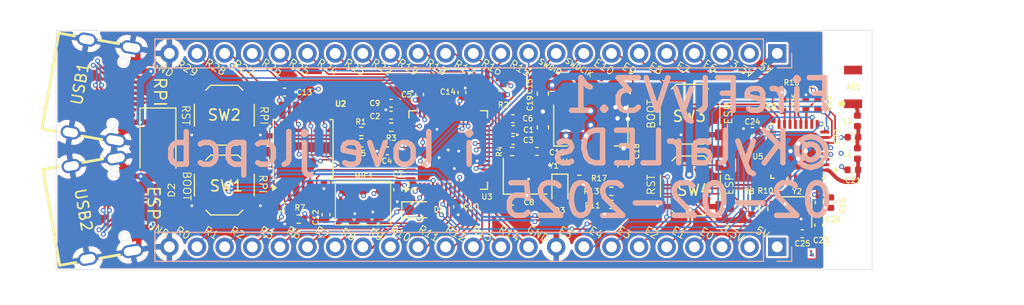
<source format=kicad_pcb>
(kicad_pcb (version 20240108) (generator "pcbnew") (generator_version "8.0")
  (layers (0 "F.Cu" signal) (1 "In1.Cu" signal) (2 "In2.Cu" signal) (31 "B.Cu" signal) (34 "B.Paste" user) (35 "F.Paste" user) (36 "B.SilkS" user "B.Silkscreen") (37 "F.SilkS" user "F.Silkscreen") (38 "B.Mask" user) (39 "F.Mask" user) (44 "Edge.Cuts" user))
  (net 0 "")
  (net 1 "GND")
  (net 2 "+3.3V")
  (net 3 "XIN")
  (net 4 "/esp32_wifi_section/XTAL_P")
  (net 5 "+5V")
  (net 6 "MIC_PDM_DATA")
  (net 7 "RPI_STATUS_LED")
  (net 8 "E3")
  (net 9 "SWCLK")
  (net 10 "SWDIO")
  (net 11 "/esp32_wifi_section/XTAL_N")
  (net 12 "/R27")
  (net 13 "/R25")
  (net 14 "/R29")
  (net 15 "MIC_PDM_CLK")
  (net 16 "XOUT")
  (net 17 "QSPI_SS")
  (net 18 "BUTTON")
  (net 19 "QSPI_SD0")
  (net 20 "QSPI_SD3")
  (net 21 "QSPI_SD1")
  (net 22 "QSPI_SD2")
  (net 23 "Net-(U3-VREG_VOUT)")
  (net 24 "QSPI_CLK")
  (net 25 "/UART1_RX")
  (net 26 "Net-(U3-ADC_AVDD)")
  (net 27 "Net-(C11-Pad1)")
  (net 28 "Net-(U5-CHIP_EN)")
  (net 29 "Net-(C22-Pad1)")
  (net 30 "Net-(D1-K)")
  (net 31 "Net-(U3-RUN)")
  (net 32 "Net-(U5-U0TXD)")
  (net 33 "/R23")
  (net 34 "/R28")
  (net 35 "/R24")
  (net 36 "/R26")
  (net 37 "/R0")
  (net 38 "/R8")
  (net 39 "/R7")
  (net 40 "/R9")
  (net 41 "/R16")
  (net 45 "/esp32_wifi_section/USB_D-")
  (net 46 "/esp32_wifi_section/USB_D+")
  (net 47 "Net-(AE1-A)")
  (net 48 "Net-(D3-K)")
  (net 56 "RPI_USB_P")
  (net 57 "RPI_USB_N")
  (net 58 "/_RPI_USB_P")
  (net 59 "/_RPI_USB_N")
  (net 60 "/esp32_wifi_section/LNA_IN")
  (net 61 "Net-(U5-U0RXD)")
  (net 62 "/R14")
  (net 63 "/R10")
  (net 64 "/R1")
  (net 65 "/R13")
  (net 66 "/R3")
  (net 67 "/R18")
  (net 68 "/R12")
  (net 69 "/R17")
  (net 70 "/R11")
  (net 71 "/R6")
  (net 72 "E9")
  (net 73 "E2")
  (net 74 "/R19")
  (net 75 "E10")
  (net 76 "E8")
  (net 77 "/UART1_TX")
  (net 84 "/esp32_wifi_section/_USB_D+")
  (net 85 "/esp32_wifi_section/_USB_D-")
  (net 86 "/R15")
  (net 87 "E7")
  (net 88 "E5")
  (net 89 "E6")
  (net 90 "E0")
  (net 91 "E1")
  (net 92 "E4")
  (net 93 "VBUS")
  (footprint "Crystal:Crystal_SMD_2520-4Pin_2.5x2.0mm" (layer "F.Cu") (at 169.615 87.18 180)
    (property "Reference" "Y2")
    (property "Value" "40MHz, X252040MMB4SI")
  )
  (footprint "Package_SO:SOIC-8_5.275x5.275mm_P1.27mm" (layer "F.Cu") (at 124.515 81.43 90)
    (property "Reference" "U2")
    (property "Value" "W25Q128JVS")
  )
  (footprint "Button_Switch_SMD:SW_SPST_TL3342" (layer "F.Cu") (at 160.065 78.18)
    (property "Reference" "SW3")
    (property "Value" "BTN")
  )
  (footprint "Resistor_SMD:R_0402_1005Metric" (layer "F.Cu") (at 129.861 79.774)
    (property "Reference" "R1")
    (property "Value" "22R")
  )
  (footprint "LED_SMD:LED_0603_1608Metric" (layer "F.Cu") (at 135.065 86.98)
    (property "Reference" "D1")
    (property "Value" "LED, Yellow")
  )
  (footprint "Resistor_SMD:R_0402_1005Metric" (layer "F.Cu") (at 142.91 75.944 -90)
    (property "Reference" "R2")
    (property "Value" "10K")
  )
  (footprint "Resistor_SMD:R_0402_1005Metric" (layer "F.Cu") (at 168.615 77.38 -90)
    (property "Reference" "R9")
    (property "Value" "10K")
  )
  (footprint "Resistor_SMD:R_0402_1005Metric" (layer "F.Cu") (at 132.615 79.38)
    (property "Reference" "R3")
    (property "Value" "200R")
  )
  (footprint "External_Library:LGA-6_L4.7-W3.8-P1.65_LMD4737T" (layer "F.Cu") (at 130.015 86.36)
    (property "Reference" "MIC1")
    (property "Value" "LMD4737T263-OY1")
  )
  (footprint "Capacitor_SMD:C_0402_1005Metric" (layer "F.Cu") (at 143.795 78.6)
    (property "Reference" "C6")
    (property "Value" "1u")
  )
  (footprint "Capacitor_SMD:C_0603_1608Metric" (layer "F.Cu") (at 146.553 79.399 90)
    (property "Reference" "C19")
    (property "Value" "10uF")
  )
  (footprint "Capacitor_SMD:C_0402_1005Metric" (layer "F.Cu") (at 170.395 89.18 180)
    (property "Reference" "C25")
    (property "Value" "10pF")
  )
  (footprint "Resistor_SMD:R_0402_1005Metric" (layer "F.Cu") (at 149.905 84.18 180)
    (property "Reference" "R17")
    (property "Value" "220R")
  )
  (footprint "Resistor_SMD:R_0402_1005Metric" (layer "F.Cu") (at 171.815 77.270001 -90)
    (property "Reference" "R15")
    (property "Value" "10K")
  )
  (footprint "Button_Switch_SMD:SW_SPST_TL3342" (layer "F.Cu") (at 117.265 84.702)
    (property "Reference" "SW1")
    (property "Value" "BTN")
  )
  (footprint "Capacitor_SMD:C_0402_1005Metric" (layer "F.Cu") (at 175.045001 83.3 180)
    (property "Reference" "C21")
    (property "Value" "1.5pF")
  )
  (footprint "Resistor_SMD:R_0402_1005Metric" (layer "F.Cu") (at 124.105 87.83)
    (property "Reference" "R6" (hide yes))
    (property "Value" "220R")
  )
  (footprint "Capacitor_SMD:C_0402_1005Metric" (layer "F.Cu") (at 132.595 77.18 180)
    (property "Reference" "C9")
    (property "Value" "100n")
  )
  (footprint "Capacitor_SMD:C_0402_1005Metric" (layer "F.Cu") (at 165.815 79.78 180)
    (property "Reference" "C24")
    (property "Value" "100n")
  )
  (footprint "Capacitor_SMD:C_0402_1005Metric" (layer "F.Cu") (at 143.815 79.6)
    (property "Reference" "C1")
    (property "Value" "100n")
  )
  (footprint "Capacitor_SMD:C_0402_1005Metric" (layer "F.Cu") (at 143.815 80.59)
    (property "Reference" "C3")
    (property "Value" "100n")
  )
  (footprint "Capacitor_SMD:C_0402_1005Metric" (layer "F.Cu") (at 171.915 88.38 90)
    (property "Reference" "C23")
    (property "Value" "10pF")
  )
  (footprint "External_Library:ESP32-C3FH4" (layer "F.Cu") (at 170.015 81.58 180)
    (property "Reference" "U5")
    (property "Value" "ESP32-C3FH4")
  )
  (footprint "Capacitor_SMD:C_0402_1005Metric" (layer "F.Cu") (at 143.745 86.18)
    (property "Reference" "C8")
    (property "Value" "15pF")
  )
  (footprint "Crystal:Crystal_SMD_3225-4Pin_3.2x2.5mm" (layer "F.Cu") (at 144.915 83.88)
    (property "Reference" "Y1")
    (property "Value" "12MHz, X322512MSB4SI")
  )
  (footprint "Resistor_SMD:R_0402_1005Metric" (layer "F.Cu") (at 165.749 86.879 90)
    (property "Reference" "R8")
    (property "Value" "0R")
  )
  (footprint "Capacitor_SMD:C_0402_1005Metric" (layer "F.Cu") (at 132.249 81.562 180)
    (property "Reference" "C4")
    (property "Value" "100n")
  )
  (footprint "Resistor_SMD:R_0402_1005Metric" (layer "F.Cu") (at 166.849 86.894 90)
    (property "Reference" "R10")
    (property "Value" "470R")
  )
  (footprint "Resistor_SMD:R_0402_1005Metric" (layer "F.Cu") (at 152.851999 86.48)
    (property "Reference" "R11")
    (property "Value" "22R")
  )
  (footprint "Capacitor_SMD:C_0603_1608Metric" (layer "F.Cu") (at 146.553 76.299 -90)
    (property "Reference" "C15")
    (property "Value" "10uF")
  )
  (footprint "Capacitor_SMD:C_0402_1005Metric" (layer "F.Cu") (at 133.215 85.13 -90)
    (property "Reference" "C7")
    (property "Value" "1u")
  )
  (footprint "Capacitor_SMD:C_0402_1005Metric" (layer "F.Cu") (at 135.215 76.38 90)
    (property "Reference" "C5")
    (property "Value" "100n")
  )
  (footprint "Package_DFN_QFN:QFN-56-1EP_7x7mm_P0.4mm_EP3.2x3.2mm" (layer "F.Cu") (at 137.8525 81.48 90)
    (property "Reference" "U3")
    (property "Value" "RP2040")
  )
  (footprint "Inductor_SMD:L_0402_1005Metric" (layer "F.Cu") (at 175.465 78.8 90)
    (property "Reference" "L2")
    (property "Value" "6.8nH")
  )
  (footprint "Capacitor_SMD:C_0402_1005Metric" (layer "F.Cu") (at 171.956 86.303 -90)
    (property "Reference" "C20")
    (property "Value" "100n")
  )
  (footprint "LED_SMD:LED_0603_1608Metric" (layer "F.Cu") (at 148.115 85.18 -90)
    (property "Reference" "D3")
    (property "Value" "LED, RED")
  )
  (footprint "Capacitor_SMD:C_0402_1005Metric" (layer "F.Cu") (at 173.017 86.318 -90)
    (property "Reference" "C16")
    (property "Value" "100n")
  )
  (footprint "Resistor_SMD:R_0402_1005Metric" (layer "F.Cu") (at 129.861 80.824)
    (property "Reference" "R5")
    (property "Value" "22R")
  )
  (footprint "Resistor_SMD:R_0402_1005Metric" (layer "F.Cu") (at 171.224999 75.28)
    (property "Reference" "R16")
    (property "Value" "10K")
  )
  (footprint "Button_Switch_SMD:SW_SPST_TL3342" (layer "F.Cu") (at 160.115 84.78)
    (property "Reference" "SW4")
    (property "Value" "BTN")
  )
  (footprint "Resistor_SMD:R_0402_1005Metric" (layer "F.Cu") (at 143.7325 81.62 180)
    (property "Reference" "R4")
    (property "Value" "1K")
  )
  (footprint "Resistor_SMD:R_0402_1005Metric" (layer "F.Cu") (at 152.856 85.28)
    (property "Reference" "R13")
    (property "Value" "22R")
  )
  (footprint "Capacitor_SMD:C_0402_1005Metric" (layer "F.Cu") (at 175.065001 80.300001 180)
    (property "Reference" "C22")
    (property "Value" "1.5pF")
  )
  (footprint "Diode_SMD:D_SMA" (layer "F.Cu") (at 111.165 81.13 -90)
    (property "Reference" "D2")
    (property "Value" "SS34")
  )
  (footprint "Capacitor_SMD:C_0402_1005Metric" (layer "F.Cu") (at 139.115 76.18 90)
    (property "Reference" "C14")
    (property "Value" "100n")
  )
  (footprint "External_Library:USB-C_SMD-TYPE-C-31-M-12" (layer "F.Cu") (at 106.38946 86.79 -80)
    (property "Reference" "USB2")
    (property "Value" "USB-TYPE-C-018")
  )
  (footprint "Inductor_SMD:L_0402_1005Metric" (layer "F.Cu") (at 175.465001 81.8 90)
    (property "Reference" "L1")
    (property "Value" "2.7nH")
  )
  (footprint "Capacitor_SMD:C_0402_1005Metric" (layer "F.Cu") (at 132.595 78.28 180)
    (property "Reference" "C2")
    (property "Value" "2.2u")
  )
  (footprint "Resistor_SMD:R_0402_1005Metric" (layer "F.Cu") (at 122.681 86.724)
    (property "Reference" "R7")
    (property "Value" "1K")
  )
  (footprint "Capacitor_SMD:C_0402_1005Metric" (layer "F.Cu") (at 138.715 86.7 -90)
    (property "Reference" "C10")
    (property "Value" "100n")
  )
  (footprint "Button_Switch_SMD:SW_SPST_TL3342" (layer "F.Cu") (at 117.265 78.28)
    (property "Reference" "SW2")
    (property "Value" "BTN")
  )
  (footprint "Capacitor_SMD:C_0603_1608Metric" (layer "F.Cu") (at 153.953 82.899 90)
    (property "Reference" "C18")
    (property "Value" "10uF")
  )
  (footprint "Capacitor_SMD:C_0402_1005Metric" (layer "F.Cu") (at 146.0105 81.609)
    (property "Reference" "C11")
    (property "Value" "15pF")
  )
  (footprint "Capacitor_SMD:C_0402_1005Metric" (layer "F.Cu") (at 170.715 77.28 90)
    (property "Reference" "C26")
    (property "Value" "100n")
  )
  (footprint "Package_TO_SOT_SMD:SOT-223-3_TabPin2" (layer "F.Cu") (at 150.953 79.199 -90)
    (property "Reference" "U4")
    (property "Value" "AMS1117-3.3")
  )
  (footprint "Capacitor_SMD:C_0402_1005Metric" (layer "F.Cu") (at 126.615 87.43 -90)
    (property "Reference" "C12")
    (property "Value" "100n")
  )
  (footprint "External_Library:FILTER-SMD_1206-2P-L3.2-W1.6-L" (layer "F.Cu") (at 175.065001 75.680001 90)
    (property "Reference" "AE1")
    (property "Value" "RFANT3216120A5T")
  )
  (footprint "Capacitor_SMD:C_0402_1005Metric" (layer "F.Cu") (at 122.801 76.154)
    (property "Reference" "C13")
    (property "Value" "100n")
  )
  (footprint "External_Library:USB-C_SMD-TYPE-C-31-M-12" (layer "F.Cu") (at 106.301422 76.023943 -100)
    (property "Reference" "USB1")
    (property "Value" "USB-TYPE-C-018")
  )
  (footprint "Connector_PinHeader_2.54mm:PinHeader_1x23_P2.54mm_Vertical" (layer "B.Cu") (at 168.095 90.38 90)
    (property "Reference" "J2" (hide yes))
    (property "Value" "Conn_01x23")
  )
  (footprint "Connector_PinHeader_2.54mm:PinHeader_1x23_P2.54mm_Vertical" (layer "B.Cu") (at 168.095 72.6 90)
    (property "Reference" "J1" (hide yes))
    (property "Value" "Conn_01x23")
  )
  (gr_rect (start 101.815 70.48) (end 176.815 92.48) (stroke (width 0.05)) (fill none) (layer "Edge.Cuts"))
  (gr_text "1" (at 170.94 91.255 0) (layer "F.Cu") (effects (font (size 0.5 0.5) (thickness 0.09) (bold yes)) (justify left bottom)))
  (gr_text "4" (at 170.99 91.355 0) (layer "B.Cu") (effects (font (size 0.5 0.5) (thickness 0.09) (bold yes)) (justify left bottom)))
  (gr_text "FireFlyV3.1\n@KylarLEDs\n02-02-2025" (at 173.515 87.88 0) (layer "B.SilkS") (effects (font (size 3 3) (thickness 0.5) (bold yes)) (justify left bottom mirror)))
  (gr_text "i love jlcpcb" (at 140.815 83.18 0) (layer "B.SilkS") (effects (font (size 3 3) (thickness 0.5) (bold yes)) (justify left bottom mirror)))
  (gr_text "3.3V" (at 162.715 88.88 330) (layer "F.SilkS") (effects (font (size 0.7 0.7) (thickness 0.09) (bold yes)) (justify left bottom)))
  (gr_text "5V" (at 165.915 89.08 330) (layer "F.SilkS") (effects (font (size 0.7 0.7) (thickness 0.09) (bold yes)) (justify left bottom)))
  (gr_text "R1" (at 115.215 89.08 330) (layer "F.SilkS") (effects (font (size 0.7 0.7) (thickness 0.09) (bold yes)) (justify left bottom)))
  (gr_text "R13" (at 139.815 88.98 330) (layer "F.SilkS") (effects (font (size 0.7 0.7) (thickness 0.09) (bold yes)) (justify left bottom)))
  (gr_text "R23" (at 128.115 73.68 330) (layer "F.SilkS") (effects (font (size 0.7 0.7) (thickness 0.09) (bold yes)) (justify left bottom)))
  (gr_text "R0" (at 112.615 89.08 330) (layer "F.SilkS") (effects (font (size 0.7 0.7) (thickness 0.09) (bold yes)) (justify left bottom)))
  (gr_text "BOOT" (at 113.415 83.38 -90) (layer "F.SilkS") (effects (font (size 0.7 0.7) (thickness 0.09) (bold yes)) (justify left bottom)))
  (gr_text "R7" (at 125.415 89.08 330) (layer "F.SilkS") (effects (font (size 0.7 0.7) (thickness 0.09) (bold yes)) (justify left bottom)))
  (gr_text "ESP" (at 164.015 79.18 90) (layer "F.SilkS") (effects (font (size 0.7 0.7) (thickness 0.09) (bold yes)) (justify left bottom)))
  (gr_text "SWDClK" (at 148.465 73.43 330) (layer "F.SilkS") (effects (font (size 0.5 0.5) (thickness 0.09) (bold yes)) (justify left bottom)))
  (gr_text "R9" (at 130.365 89.23 330) (layer "F.SilkS") (effects (font (size 0.7 0.7) (thickness 0.09) (bold yes)) (justify left bottom)))
  (gr_text "GND" (at 144.915 88.98 330) (layer "F.SilkS") (effects (font (size 0.7 0.7) (thickness 0.09) (bold yes)) (justify left bottom)))
  (gr_text "ESP" (at 110.115 84.68 -90) (layer "F.SilkS") (effects (font (size 1.1 1.1)) (justify left bottom)))
  (gr_text "R27" (at 117.915 73.78 330) (layer "F.SilkS") (effects (font (size 0.7 0.7) (thickness 0.09) (bold yes)) (justify left bottom)))
  (gr_text "BOOT" (at 156.915 79.58 90) (layer "F.SilkS") (effects (font (size 0.7 0.7) (thickness 0.09) (bold yes)) (justify left bottom)))
  (gr_text "E10" (at 151.065 73.68 330) (layer "F.SilkS") (effects (font (size 0.7 0.7) (thickness 0.09) (bold yes)) (justify left bottom)))
  (gr_text "ESP" (at 164.115 85.68 90) (layer "F.SilkS") (effects (font (size 0.7 0.7) (thickness 0.09) (bold yes)) (justify left bottom)))
  (gr_text "R14" (at 142.315 88.98 330) (layer "F.SilkS") (effects (font (size 0.7 0.7) (thickness 0.09) (bold yes)) (justify left bottom)))
  (gr_text "5V" (at 166.215 73.98 330) (layer "F.SilkS") (effects (font (size 0.7 0.7) (thickness 0.09) (bold yes)) (justify left bottom)))
  (gr_text "RST" (at 156.915 85.68 90) (layer "F.SilkS") (effects (font (size 0.7 0.7) (thickness 0.09) (bold yes)) (justify left bottom)))
  (gr_text "RPI" (at 110.715 74.68 270) (layer "F.SilkS") (effects (font (size 1.1 1.1)) (justify left bottom)))
  (gr_text "R3" (at 120.315 89.08 330) (layer "F.SilkS") (effects (font (size 0.7 0.7) (thickness 0.09) (bold yes)) (justify left bottom)))
  (gr_text "R16" (at 140.715 73.68 330) (layer "F.SilkS") (effects (font (size 0.7 0.7) (thickness 0.09) (bold yes)) (justify left bottom)))
  (gr_text "R19" (at 133.015 73.68 330) (layer "F.SilkS") (effects (font (size 0.7 0.7) (thickness 0.09) (bold yes)) (justify left bottom)))
  (gr_text "R25" (at 123.015 73.68 330) (layer "F.SilkS") (effects (font (size 0.7 0.7) (thickness 0.09) (bold yes)) (justify left bottom)))
  (gr_text "E3" (at 153.215 89.08 330) (layer "F.SilkS") (effects (font (size 0.7 0.7) (thickness 0.09) (bold yes)) (justify left bottom)))
  (gr_text "R28" (at 115.315 73.68 330) (layer "F.SilkS") (effects (font (size 0.7 0.7) (thickness 0.09) (bold yes)) (justify left bottom)))
  (gr_text "E7" (at 158.615 73.93 330) (layer "F.SilkS") (effects (font (size 0.7 0.7) (thickness 0.09) (bold yes)) (justify left bottom)))
  (gr_text "R18" (at 135.615 73.68 330) (layer "F.SilkS") (effects (font (size 0.7 0.7) (thickness 0.09) (bold yes)) (justify left bottom)))
  (gr_text "SWDIO" (at 146.015 73.48 330) (layer "F.SilkS") (effects (font (size 0.5 0.5) (thickness 0.09) (bold yes)) (justify left bottom)))
  (gr_text "R29" (at 112.715 73.78 330) (layer "F.SilkS") (effects (font (size 0.7 0.7) (thickness 0.09) (bold yes)) (justify left bottom)))
  (gr_text "E1" (at 158.215 89.08 330) (layer "F.SilkS") (effects (font (size 0.7 0.7) (thickness 0.09) (bold yes)) (justify left bottom)))
  (gr_text "RST" (at 113.315 77.28 270) (layer "F.SilkS") (effects (font (size 0.7 0.7) (thickness 0.09) (bold yes)) (justify left bottom)))
  (gr_text "RPI" (at 120.415 83.68 270) (layer "F.SilkS") (effects (font (size 0.7 0.7) (thickness 0.09) (bold yes)) (justify left bottom)))
  (gr_text "R26" (at 120.515 73.68 330) (layer "F.SilkS") (effects (font (size 0.7 0.7) (thickness 0.09) (bold yes)) (justify left bottom)))
  (gr_text "R6" (at 122.815 89.08 330) (layer "F.SilkS") (effects (font (size 0.7 0.7) (thickness 0.09) (bold yes)) (justify left bottom)))
  (gr_text "E8" (at 156.115 73.98 330) (layer "F.SilkS") (effects (font (size 0.7 0.7) (thickness 0.09) (bold yes)) (justify left bottom)))
  (gr_text "R8" (at 127.815 89.23 330) (layer "F.SilkS") (effects (font (size 0.7 0.7) (thickness 0.09) (bold yes)) (justify left bottom)))
  (gr_text "E0" (at 160.815 89.18 330) (layer "F.SilkS") (effects (font (size 0.7 0.7) (thickness 0.09) (bold yes)) (justify left bottom)))
  (gr_text "RPI" (at 120.515 77.38 270) (layer "F.SilkS") (effects (font (size 0.7 0.7) (thickness 0.09) (bold yes)) (justify left bottom)))
  (gr_text "R12" (at 137.415 88.98 330) (layer "F.SilkS") (effects (font (size 0.7 0.7) (thickness 0.09) (bold yes)) (justify left bottom)))
  (gr_text "E9" (at 153.665 74.03 330) (layer "F.SilkS") (effects (font (size 0.7 0.7) (thickness 0.09) (bold yes)) (justify left bottom)))
  (gr_text "R15" (at 143.315 73.78 330) (layer "F.SilkS") (effects (font (size 0.7 0.7) (thickness 0.09) (bold yes)) (justify left bottom)))
  (gr_text "GND" (at 110.015 88.58 330) (layer "F.SilkS") (effects (font (size 0.7 0.7) (thickness 0.09) (bold yes)) (justify left bottom)))
  (gr_text "GND" (at 110.415 73.78 330) (layer "F.SilkS") (effects (font (size 0.7 0.7) (thickness 0.09) (bold yes)) (justify left bottom)))
  (gr_text "R11" (at 134.915 88.98 330) (layer "F.SilkS") (effects (font (size 0.7 0.7) (thickness 0.09) (bold yes)) (justify left bottom)))
  (gr_text "R24" (at 125.615 73.68 330) (layer "F.SilkS") (effects (font (size 0.7 0.7) (thickness 0.09) (bold yes)) (justify left bottom)))
  (gr_text "3.3V" (at 163.615 73.78 330) (layer "F.SilkS") (effects (font (size 0.7 0.7) (thickness 0.09) (bold yes)) (justify left bottom)))
  (gr_text "E5" (at 147.815 89.08 330) (layer "F.SilkS") (effects (font (size 0.7 0.7) (thickness 0.09) (bold yes)) (justify left bottom)))
  (gr_text "E2" (at 155.715 89.08 330) (layer "F.SilkS") (effects (font (size 0.7 0.7) (thickness 0.09) (bold yes)) (justify left bottom)))
  (gr_text "E4" (at 150.615 89.08 330) (layer "F.SilkS") (effects (font (size 0.7 0.7) (thickness 0.09) (bold yes)) (justify left bottom)))
  (gr_text "R22" (at 130.615 73.68 330) (layer "F.SilkS") (effects (font (size 0.7 0.7) (thickness 0.09) (bold yes)) (justify left bottom)))
  (gr_text "R2" (at 117.615 89.08 330) (layer "F.SilkS") (effects (font (size 0.7 0.7) (thickness 0.09) (bold yes)) (justify left bottom)))
  (gr_text "R17" (at 138.215 73.78 330) (layer "F.SilkS") (effects (font (size 0.7 0.7) (thickness 0.09) (bold yes)) (justify left bottom)))
  (gr_text "E6" (at 161.115 73.78 330) (layer "F.SilkS") (effects (font (size 0.7 0.7) (thickness 0.09) (bold yes)) (justify left bottom)))
  (gr_text "R10" (at 132.315 88.98 330) (layer "F.SilkS") (effects (font (size 0.7 0.7) (thickness 0.09) (bold yes)) (justify left bottom)))
  (segment (start 130.765 87.33) (end 130.915 87.18) (width 0.127) (layer "F.Cu") (net 1))
  (segment (start 157.032 86.68) (end 157.092 86.62) (width 0.1524) (layer "F.Cu") (net 1))
  (segment (start 108.154724 83.061983) (end 107.321585 82.228844) (width 0.5) (layer "F.Cu") (net 1))
  (segment (start 173.995 80.3) (end 173.965 80.33) (width 0.156464) (layer "F.Cu") (net 1))
  (segment (start 144.2025 78.6) (end 144.2025 79.59) (width 0.1524) (layer "F.Cu") (net 1))
  (segment (start 123.281 76.154) (end 123.812 76.154) (width 0.5) (layer "F.Cu") (net 1))
  (segment (start 153.953 82.124) (end 153.953 81.35) (width 0.7) (layer "F.Cu") (net 1))
  (segment (start 139.115 75.366294) (end 139.160294 75.321) (width 0.1524) (layer "F.Cu") (net 1))
  (segment (start 147.165 82.88) (end 147.165 82.2835) (width 0.127) (layer "F.Cu") (net 1))
  (segment (start 138.815 87.37367) (end 138.761835 87.426835) (width 0.1524) (layer "F.Cu") (net 1))
  (segment (start 132.115 77.78) (end 132.115 78.28) (width 0.1524) (layer "F.Cu") (net 1))
  (segment (start 109.403657 89.660195) (end 109.403657 90.179) (width 0.5) (layer "F.Cu") (net 1))
  (segment (start 171.956 86.783) (end 173.002 86.783) (width 0.1524) (layer "F.Cu") (net 1))
  (segment (start 153.253 76.049) (end 153.253 77.524) (width 1.2) (layer "F.Cu") (net 1))
  (segment (start 128.415 87.33) (end 129.265 87.33) (width 0.127) (layer "F.Cu") (net 1))
  (segment (start 150.415 84.18) (end 150.415 84.536) (width 0.156464) (layer "F.Cu") (net 1))
  (segment (start 145.09 85.655) (end 146.015 84.73) (width 0.127) (layer "F.Cu") (net 1))
  (segment (start 126.125 87.89) (end 125.865 87.63) (width 0.3) (layer "F.Cu") (net 1))
  (segment (start 147.165 83.58) (end 147.165 82.88) (width 0.127) (layer "F.Cu") (net 1))
  (segment (start 144.225 86.19) (end 144.555 86.19) (width 0.127) (layer "F.Cu") (net 1))
  (segment (start 171.595 89.18) (end 171.915001 88.859999) (width 0.3) (layer "F.Cu") (net 1))
  (segment (start 130.764992 87.330008) (end 129.265008 87.330008) (width 0.156464) (layer "F.Cu") (net 1))
  (segment (start 165.0632 79.5082) (end 164.997187 79.5082) (width 0.1524) (layer "F.Cu") (net 1))
  (segment (start 109.403657 90.179) (end 108.825378 90.757279) (width 0.5) (layer "F.Cu") (net 1))
  (segment (start 144.115 83.03) (end 145.815 84.73) (width 0.127) (layer "F.Cu") (net 1))
  (segment (start 144.2025 79.59) (end 144.1925 79.6) (width 0.1524) (layer "F.Cu") (net 1))
  (segment (start 131.769 81.562) (end 131.333 81.562) (width 0.1524) (layer "F.Cu") (net 1))
  (segment (start 123.595 87.83) (end 123.265 87.83) (width 0.3) (layer "F.Cu") (net 1))
  (segment (start 131.333 81.562) (end 131.315 81.58) (width 0.1524) (layer "F.Cu") (net 1))
  (segment (start 170.875 89.18) (end 171.595 89.18) (width 0.3) (layer "F.Cu") (net 1))
  (segment (start 145.815 84.73) (end 146.015 84.73) (width 0.127) (layer "F.Cu") (net 1))
  (segment (start 173.002 86.783) (end 173.017 86.798) (width 0.1524) (layer "F.Cu") (net 1))
  (segment (start 168.74 86.38) (end 168.765 86.38) (width 0.127) (layer "F.Cu") (net 1))
  (segment (start 133.102 85.64) (end 133.102 86.167) (width 0.1524) (layer "F.Cu") (net 1))
  (segment (start 141.29 82.48) (end 140.515 82.48) (width 0.1524) (layer "F.Cu") (net 1))
  (segment (start 109.315619 73.153748) (end 109.315619 72.634943) (width 0.5) (layer "F.Cu") (net 1))
  (segment (start 144.1925 79.6) (end 144.1925 80.59) (width 0.1524) (layer "F.Cu") (net 1))
  (segment (start 108.240214 83.061983) (end 108.154724 83.061983) (width 0.5) (layer "F.Cu") (net 1))
  (segment (start 146.553 78.624) (end 146.553 77.074) (width 0.7) (layer "F.Cu") (net 1))
  (segment (start 135.315 75.82) (end 134.775 75.82) (width 0.1524) (layer "F.Cu") (net 1))
  (segment (start 170.875 89.18) (end 170.875 88.165) (width 0.127) (layer "F.Cu") (net 1))
  (segment (start 170.815 76.8) (end 170.815 76.484998) (width 0.1524) (layer "F.Cu") (net 1))
  (segment (start 108.066686 79.75196) (end 107.233547 80.585099) (width 0.5) (layer "F.Cu") (net 1))
  (segment (start 114.396986 79.98) (end 114.278986 80.098) (width 0.1524) (layer "F.Cu") (net 1))
  (segment (start 174.585 80.3) (end 173.995 80.3) (width 0.156464) (layer "F.Cu") (net 1))
  (segment (start 146.015 84.73) (end 147.165 83.58) (width 0.127) (layer "F.Cu") (net 1))
  (segment (start 123.812 76.154) (end 123.826 76.14) (width 0.5) (layer "F.Cu") (net 1))
  (segment (start 133.102 86.167) (end 133.165 86.23) (width 0.1524) (layer "F.Cu") (net 1))
  (segment (start 144.555 86.19) (end 145.09 85.655) (width 0.127) (layer "F.Cu") (net 1))
  (segment (start 129.265 87.33) (end 129.265008 87.330008) (width 0.127) (layer "F.Cu") (net 1))
  (segment (start 138.815 87.18) (end 138.815 87.37367) (width 0.1524) (layer "F.Cu") (net 1))
  (segment (start 130.065 87.33) (end 130.765 87.33) (width 0.127) (layer "F.Cu") (net 1))
  (segment (start 108.152176 79.75196) (end 108.066686 79.75196) (width 0.5) (layer "F.Cu") (net 1))
  (segment (start 150.415 84.536) (end 150.283 84.668) (width 0.156464) (layer "F.Cu") (net 1))
  (segment (start 170.875 88.165) (end 170.49 87.78) (width 0.127) (layer "F.Cu") (net 1))
  (segment (start 156.965 86.68) (end 157.032 86.68) (width 0.1524) (layer "F.Cu") (net 1))
  (segment (start 123.265 87.83) (end 122.815 88.28) (width 0.3) (layer "F.Cu") (net 1))
  (segment (start 131.715 87.33) (end 131.585 87.2) (width 0.1524) (layer "F.Cu") (net 1))
  (segment (start 171.915 88.86) (end 171.915001 88.859999) (width 0.127) (layer "F.Cu") (net 1))
  (segment (start 126.665 87.89) (end 126.125 87.89) (width 0.3) (layer "F.Cu") (net 1))
  (segment (start 134.775 75.82) (end 134.515 76.08) (width 0.1524) (layer "F.Cu") (net 1))
  (segment (start 147.165 82.2835) (end 146.4905 81.609) (width 0.127) (layer "F.Cu") (net 1))
  (segment (start 170.815 76.484998) (end 170.73 76.399998) (width 0.1524) (layer "F.Cu") (net 1))
  (segment (start 143.815 83.03) (end 144.115 83.03) (width 0.127) (layer "F.Cu") (net 1))
  (segment (start 174.311823 83.3) (end 174.565 83.3) (width 0.156464) (layer "F.Cu") (net 1))
  (segment (start 153.953 81.35) (end 153.973 81.33) (width 0.7) (layer "F.Cu") (net 1))
  (segment (start 165.335 79.78) (end 165.0632 79.5082) (width 0.1524) (layer "F.Cu") (net 1))
  (segment (start 130.915 87.18) (end 130.764992 87.330008) (width 0.156464) (layer "F.Cu") (net 1))
  (segment (start 139.115 75.7) (end 139.115 75.366294) (width 0.1524) (layer "F.Cu") (net 1))
  (segment (start 131.585 87.2) (end 130.895 87.2) (width 0.1524) (layer "F.Cu") (net 1))
  (segment (start 168.765 86.38) (end 168.819 86.434) (width 0.127) (layer "F.Cu") (net 1))
  (segment (start 132.115 77.28) (end 132.115 77.78) (width 0.1524) (layer "F.Cu") (net 1))
  (segment (start 109.315619 72.634943) (end 108.73734 72.056664) (width 0.5) (layer "F.Cu") (net 1))
  (segment (start 174.017897 83.006074) (end 174.311823 83.3) (width 0.156464) (layer "F.Cu") (net 1))
  (segment (start 173.965 81.78) (end 173.964998 81.780002) (width 0.156464) (layer "F.Cu") (net 1))
  (segment (start 120.406008 86.78) (end 120.584008 86.602) (width 0.1524) (layer "F.Cu") (net 1))
  (segment (start 153.253 77.524) (end 154.359 78.63) (width 1.2) (layer "F.Cu") (net 1))
  (via (at 133.165 86.23) (size 0.45) (drill 0.254) (layers "F.Cu" "B.Cu") (net 1))
  (via (at 138.761835 87.426835) (size 0.45) (drill 0.254) (layers "F.Cu" "B.Cu") (net 1))
  (via (at 123.826 76.14) (size 0.45) (drill 0.254) (layers "F.Cu" "B.Cu") (net 1))
  (via (at 120.579 80.098) (size 0.45) (drill 0.254) (layers "F.Cu" "B.Cu") (net 1))
  (via (at 138.815002 81.58) (size 0.45) (drill 0.254) (layers "F.Cu" "B.Cu") (net 1))
  (via (at 170.73 76.399998) (size 0.45) (drill 0.254) (layers "F.Cu" "B.Cu") (net 1))
  (via (at 146.553 77.947) (size 0.8) (drill 0.4) (layers "F.Cu" "B.Cu") (net 1))
  (via (at 173.964998 81.780002) (size 0.45) (drill 0.254) (layers "F.Cu" "B.Cu") (net 1))
  (via (at 139.415 75.78) (size 0.45) (drill 0.254) (layers "F.Cu" "B.Cu") (net 1))
  (via (at 137.015 82.18) (size 0.45) (drill 0.254) (layers "F.Cu" "B.Cu") (net 1))
  (via (at 157.092 86.62) (size 0.45) (drill 0.254) (layers "F.Cu" "B.Cu") (net 1))
  (via (at 120.584008 86.602) (size 0.45) (drill 0.254) (layers "F.Cu" "B.Cu") (net 1))
  (via (at 150.283 84.668) (size 0.45) (drill 0.254) (layers "F.Cu" "B.Cu") (net 1))
  (via (at 154.161 77.606) (size 0.8) (drill 0.4) (layers "F.Cu" "B.Cu") (net 1))
  (via (at 145.24 84.155) (size 0.45) (drill 0.254) (layers "F.Cu" "B.Cu") (net 1))
  (via (at 173.965 80.33) (size 0.45) (drill 0.254) (layers "F.Cu" "B.Cu") (net 1))
  (via (at 153.227 77.547) (size 0.8) (drill 0.4) (layers "F.Cu" "B.Cu") (net 1))
  (via (at 126.42 85.03) (size 0.45) (drill 0.254) (layers "F.Cu" "B.Cu") (net 1))
  (via (at 114.278986 80.098) (size 0.45) (drill 0.254) (layers "F.Cu" "B.Cu") (net 1))
  (via (at 163.265 86.68) (size 0.45) (drill 0.254) (layers "F.Cu" "B.Cu") (net 1))
  (via (at 137.8525 81.48) (size 0.45) (drill 0.254) (layers "F.Cu" "B.Cu") (net 1))
  (via (at 125.865 87.63) (size 0.45) (drill 0.254) (layers "F.Cu" "B.Cu") (net 1))
  (via (at 132.115 77.78) (size 0.45) (drill 0.254) (layers "F.Cu" "B.Cu") (net 1))
  (via (at 131.315 81.58) (size 0.45) (drill 0.254) (layers "F.Cu" "B.Cu") (net 1))
  (via (at 114.28401 86.602) (size 0.45) (drill 0.254) (layers "F.Cu" "B.Cu") (net 1))
  (via (at 130.915 87.18) (size 0.45) (drill 0.254) (layers "F.Cu" "B.Cu") (net 1))
  (via (at 147.165 82.88) (size 0.45) (drill 0.254) (layers "F.Cu" "B.Cu") (net 1))
  (via (at 138.415 83.18) (size 0.45) (drill 0.254) (layers "F.Cu" "B.Cu") (net 1))
  (via (at 134.515 76.08) (size 0.45) (drill 0.254) (layers "F.Cu" "B.Cu") (net 1))
  (via (at 122.815 88.28) (size 0.45) (drill 0.254) (layers "F.Cu" "B.Cu") (net 1))
  (via (at 153.973 81.33) (size 0.8) (drill 0.4) (layers "F.Cu" "B.Cu") (net 1))
  (via (at 145.09 85.655) (size 0.45) (drill 0.254) (layers "F.Cu" "B.Cu") (net 1))
  (via (at 170.296 87.822) (size 0.45) (drill 0.254) (layers "F.Cu" "B.Cu") (net 1))
  (via (at 136.815 79.58) (size 0.45) (drill 0.254) (layers "F.Cu" "B.Cu") (net 1))
  (via (at 174.017897 83.006074) (size 0.45) (drill 0.254) (layers "F.Cu" "B.Cu") (net 1))
  (via (at 172.515 86.783) (size 0.45) (drill 0.254) (layers "F.Cu" "B.Cu") (net 1))
  (via (at 154.359 78.63) (size 0.8) (drill 0.4) (layers "F.Cu" "B.Cu") (net 1))
  (via (at 144.1925 80.08) (size 0.45) (drill 0.254) (layers "F.Cu" "B.Cu") (net 1))
  (via (at 153.41 78.571) (size 0.8) (drill 0.4) (layers "F.Cu" "B.Cu") (net 1))
  (via (at 164.997187 79.5082) (size 0.45) (drill 0.254) (layers "F.Cu" "B.Cu") (net 1))
  (via (at 168.819 86.434) (size 0.45) (drill 0.254) (layers "F.Cu" "B.Cu") (net 1))
  (via (at 159.246 80.08) (size 0.45) (drill 0.254) (layers "F.Cu" "B.Cu") (net 1))
  (via (at 140.515 82.48) (size 0.45) (drill 0.254) (layers "F.Cu" "B.Cu") (net 1))
  (via (at 129.265008 87.330008) (size 0.45) (drill 0.254) (layers "F.Cu" "B.Cu") (net 1))
  (via (at 152.215 87.38) (size 0.45) (drill 0.254) (layers "F.Cu" "B.Cu") (net 1))
  (segment (start 168.819 86.434) (end 169.049 86.664) (width 0.127) (layer "B.Cu") (net 1))
  (segment (start 169.138 86.664) (end 170.296 87.822) (width 0.127) (layer "B.Cu") (net 1))
  (segment (start 169.049 86.664) (end 169.138 86.664) (width 0.127) (layer "B.Cu") (net 1))
  (segment (start 170.715 75.28) (end 171.615 76.18) (width 0.1524) (layer "F.Cu") (net 2))
  (segment (start 138.8525 84.9175) (end 138.815 84.955) (width 0.127) (layer "F.Cu") (net 2))
  (segment (start 127.965 85.63) (end 127.965 85.44) (width 0.3) (layer "F.Cu") (net 2))
  (segment (start 135.2525 78.0425) (end 135.2525 76.8425) (width 0.127) (layer "F.Cu") (net 2))
  (segment (start 141.29 81.28) (end 140.615 81.28) (width 0.127) (layer "F.Cu") (net 2))
  (segment (start 122.321 76.154) (end 122.321 77.391) (width 0.127) (layer "F.Cu") (net 2))
  (segment (start 171.764999 84.03) (end 171.764999 85.631999) (width 0.2) (layer "F.Cu") (net 2))
  (segment (start 171.773 85.838) (end 171.515 85.58) (width 0.2) (layer "F.Cu") (net 2))
  (segment (start 170.765 79.129999) (end 170.765 78.390002) (width 0.2) (layer "F.Cu") (net 2))
  (segment (start 171.814998 76.760002) (end 170.815 77.76) (width 0.1524) (layer "F.Cu") (net 2))
  (segment (start 172.465 82.83) (end 172.465 82.575) (width 0.1524) (layer "F.Cu") (net 2))
  (segment (start 166.345001 79.830001) (end 166.295 79.78) (width 0.1524) (layer "F.Cu") (net 2))
  (segment (start 146.553 80.174) (end 148.677 80.174) (width 0.7) (layer "F.Cu") (net 2))
  (segment (start 126.665 86.93) (end 126.665 86.74) (width 0.127) (layer "F.Cu") (net 2))
  (segment (start 134.415 79.28) (end 135.215 79.28) (width 0.127) (layer "F.Cu") (net 2))
  (segment (start 135.2525 76.8425) (end 135.315 76.78) (width 0.127) (layer "F.Cu") (net 2))
  (segment (start 171.615 76.560002) (end 171.815 76.760002) (width 0.1524) (layer "F.Cu") (net 2))
  (segment (start 141.29 81.28) (end 142.215 81.28) (width 0.127) (layer "F.Cu") (net 2))
  (segment (start 150.953 76.049) (end 150.953 82.349) (width 1.2) (layer "F.Cu") (net 2))
  (segment (start 152.278 83.674) (end 150.953 82.349) (width 0.7) (layer "F.Cu") (net 2))
  (segment (start 134.415 81.28) (end 133.815 81.28) (width 0.1524) (layer "F.Cu") (net 2))
  (segment (start 171.956 85.823) (end 171.764999 85.631999) (width 0.2) (layer "F.Cu") (net 2))
  (segment (start 127.115 86.93) (end 127.965 86.08) (width 0.3) (layer "F.Cu") (net 2))
  (segment (start 138.915 76.86) (end 139.115 76.66) (width 0.1524) (layer "F.Cu") (net 2))
  (segment (start 168.615 76.28) (end 168.515 76.18) (width 0.1524) (layer "F.Cu") (net 2))
  (segment (start 142.905 80.59) (end 143.2325 80.59) (width 0.127) (layer "F.Cu") (net 2))
  (segment (start 143.615 75.58) (end 143.395 75.36) (width 0.1524) (layer "F.Cu") (net 2))
  (segment (start 167.565 79.830001) (end 167.565 79.428636) (width 0.1524) (layer "F.Cu") (net 2))
  (segment (start 135.215 76.86) (end 134.835 76.86) (width 0.1524) (layer "F.Cu") (net 2))
  (segment (start 134.415 79.28) (end 133.125 79.28) (width 0.127) (layer "F.Cu") (net 2))
  (segment (start 171.815 76.760002) (end 171.814998 76.760002) (width 0.1524) (layer "F.Cu") (net 2))
  (segment (start 172.465 82.575) (end 172.465 82.330001) (width 0.1524) (layer "F.Cu") (net 2))
  (segment (start 171.615 76.18) (end 171.615 76.560002) (width 0.1524) (layer "F.Cu") (net 2))
  (segment (start 134.835 76.86) (end 134.815 76.88) (width 0.1524) (layer "F.Cu") (net 2))
  (segment (start 173.017 85.838) (end 171.773 85.838) (width 0.2) (layer "F.Cu") (net 2))
  (segment (start 127.965 85.44) (end 128.415 84.99) (width 0.3) (layer "F.Cu") (net 2))
  (segment (start 143.395 75.36) (end 142.915 75.36) (width 0.1524) (layer "F.Cu") (net 2))
  (segment (start 170.765 77.81) (end 170.765 78.58) (width 0.2) (layer "F.Cu") (net 2))
  (segment (start 167.565 79.830001) (end 166.345001 79.830001) (width 0.1524) (layer "F.Cu") (net 2))
  (segment (start 126.665 86.93) (end 127.115 86.93) (width 0.3) (layer "F.Cu") (net 2))
  (segment (start 142.215 81.28) (end 142.905 80.59) (width 0.127) (layer "F.Cu") (net 2))
  (segment (start 138.815 84.955) (end 138.815 86.22) (width 0.127) (layer "F.Cu") (net 2))
  (segment (start 133.102 84.68) (end 133.791169 84.68) (width 0.156464) (layer "F.Cu") (net 2))
  (segment (start 133.791169 84.68) (end 133.828369 84.7172) (width 0.156464) (layer "F.Cu") (net 2))
  (segment (start 150.509 80.174) (end 150.515 80.18) (width 0.7) (layer "F.Cu") (net 2))
  (segment (start 138.8525 77.0425) (end 138.915 76.98) (width 0.1524) (layer "F.Cu") (net 2))
  (segment (start 122.321 77.391) (end 122.321 76.92) (width 0.127) (layer "F.Cu") (net 2))
  (segment (start 148.677 80.174) (end 150.509 80.174) (width 0.7) (layer "F.Cu") (net 2))
  (segment (start 172.465 82.330001) (end 172.465001 82.33) (width 0.1524) (layer "F.Cu") (net 2))
  (segment (start 171.764999 85.631999) (end 171.566999 85.631999) (width 0.2) (layer "F.Cu") (net 2))
  (segment (start 138.915 76.98) (end 138.915 76.86) (width 0.1524) (layer "F.Cu") (net 2))
  (segment (start 167.565 79.428636) (end 167.518466 79.382102) (width 0.1524) (layer "F.Cu") (net 2))
  (segment (start 171.764999 85.631999) (end 171.764999 84.529999) (width 0.2) (layer "F.Cu") (net 2))
  (segment (start 122.81 77.88) (end 122.321 77.391) (width 0.127) (layer "F.Cu") (net 2))
  (segment (start 171.764999 84.529999) (end 171.265 84.03) (width 0.2) (layer "F.Cu") (net 2))
  (segment (start 138.8525 84.9175) (end 138.8525 84.0425) (width 0.127) (layer "F.Cu") (net 2))
  (segment (start 140.615 81.28) (end 140.415 81.48) (width 0.127) (layer "F.Cu") (net 2))
  (segment (start 153.953 83.674) (end 152.278 83.674) (width 0.7) (layer "F.Cu") (net 2))
  (segment (start 134.415 81.28) (end 134.415 80.88) (width 0.1524) (layer "F.Cu") (net 2))
  (segment (start 138.8525 78.0425) (end 138.8525 77.0425) (width 0.1524) (layer "F.Cu") (net 2))
  (segment (start 135.2525 84.9175) (end 135.1775 84.9175) (width 0.1524) (layer "F.Cu") (net 2))
  (segment (start 170.815 77.76) (end 170.765 77.81) (width 0.2) (layer "F.Cu") (net 2))
  (segment (start 133.815 81.28) (end 133.615 81.08) (width 0.1524) (layer "F.Cu") (net 2))
  (segment (start 138.8525 84.0425) (end 138.915 83.98) (width 0.127) (layer "F.Cu") (net 2))
  (segment (start 127.965 86.08) (end 127.965 85.63) (width 0.3) (layer "F.Cu") (net 2))
  (segment (start 171.566999 85.631999) (end 171.515 85.58) (width 0.2) (layer "F.Cu") (net 2))
  (segment (start 135.1775 84.9175) (end 134.815 85.28) (width 0.1524) (layer "F.Cu") (net 2))
  (segment (start 168.615 76.870001) (end 168.615 76.28) (width 0.1524) (layer "F.Cu") (net 2))
  (via (at 150.515 80.18) (size 0.8) (drill 0.4) (layers "F.Cu" "B.Cu") (net 2))
  (via (at 168.515 76.18) (size 0.45) (drill 0.254) (layers "F.Cu" "B.Cu") (net 2))
  (via (at 135.215 79.28) (size 0.45) (drill 0.254) (layers "F.Cu" "B.Cu") (net 2))
  (via (at 133.615 81.08) (size 0.45) (drill 0.254) (layers "F.Cu" "B.Cu") (net 2))
  (via (at 171.415 75.98) (size 0.45) (drill 0.254) (layers "F.Cu" "B.Cu") (net 2))
  (via (at 150.953 77.889) (size 0.8) (drill 0.4) (layers "F.Cu" "B.Cu") (net 2))
  (via (at 172.465 82.575) (size 0.45) (drill 0.254) (layers "F.Cu" "B.Cu") (net 2))
  (via (at 122.321 76.92) (size 0.45) (drill 0.254) (layers "F.Cu" "B.Cu") (net 2))
  (via (at 148.677 80.174) (size 0.8) (drill 0.4) (layers "F.Cu" "B.Cu") (net 2))
  (via (at 140.415 81.48) (size 0.45) (drill 0.254) (layers "F.Cu" "B.Cu") (net 2))
  (via (at 138.915 76.98) (size 0.45) (drill 0.254) (layers "F.Cu" "B.Cu") (net 2))
  (via (at 138.915 83.98) (size 0.45) (drill 0.254) (layers "F.Cu" "B.Cu") (net 2))
  (via (at 127.965 85.63) (size 0.45) (drill 0.254) (layers "F.Cu" "B.Cu") (net 2))
  (via (at 171.515 85.58) (size 0.45) (drill 0.254) (layers "F.Cu" "B.Cu") (net 2))
  (via (at 134.815 85.28) (size 0.45) (drill 0.254) (layers "F.Cu" "B.Cu") (net 2))
  (via (at 167.518466 79.382102) (size 0.45) (drill 0.254) (layers "F.Cu" "B.Cu") (net 2))
  (via (at 150.953 79.195) (size 0.8) (drill 0.4) (layers "F.Cu" "B.Cu") (net 2))
  (via (at 133.828369 84.7172) (size 0.45) (drill 0.254) (layers "F.Cu" "B.Cu") (net 2))
  (via (at 134.815 76.88) (size 0.45) (drill 0.254) (layers "F.Cu" "B.Cu") (net 2))
  (via (at 143.615 75.58) (size 0.45) (drill 0.254) (layers "F.Cu" "B.Cu") (net 2))
  (segment (start 143.265 86.19) (end 143.265 85.28) (width 0.127) (layer "F.Cu") (net 3))
  (segment (start 143.265 85.28) (end 143.815 84.73) (width 0.127) (layer "F.Cu") (net 3))
  (segment (start 143.265 84.73) (end 143.815 84.73) (width 0.127) (layer "F.Cu") (net 3))
  (segment (start 141.29 82.08) (end 142.115 82.08) (width 0.127) (layer "F.Cu") (net 3))
  (segment (start 142.715 84.18) (end 143.265 84.73) (width 0.127) (layer "F.Cu") (net 3))
  (segment (start 142.715 82.68) (end 142.715 84.18) (width 0.127) (layer "F.Cu") (net 3))
  (segment (start 142.115 82.08) (end 142.715 82.68) (width 0.127) (layer "F.Cu") (net 3))
  (segment (start 171.915 87.9) (end 171.915 87.7236) (width 0.1524) (layer "F.Cu") (net 4))
  (segment (start 170.49 86.38) (end 170.765 86.105) (width 0.1524) (layer "F.Cu") (net 4))
  (segment (start 170.5714 86.38) (end 170.49 86.38) (width 0.1524) (layer "F.Cu") (net 4))
  (segment (start 171.915 87.7236) (end 170.5714 86.38) (width 0.1524) (layer "F.Cu") (net 4))
  (segment (start 170.765 86.105) (end 170.765 84.030001) (width 0.1524) (layer "F.Cu") (net 4))
  (segment (start 109.76696 74.23704) (end 109.785 74.219) (width 0.156464) (layer "F.Cu") (net 5))
  (segment (start 110.52 74.246) (end 110.493 74.219) (width 0.5) (layer "F.Cu") (net 5))
  (segment (start 108.597516 78.923) (end 109.544 78.923) (width 0.156464) (layer "F.Cu") (net 5))
  (segment (start 109.124605 74.23704) (end 109.76696 74.23704) (width 0.156464) (layer "F.Cu") (net 5))
  (segment (start 108.291095 78.720765) (end 108.343188 78.668672) (width 0.156464) (layer "F.Cu") (net 5))
  (segment (start 108.291095 78.964114) (end 109.502886 78.964114) (width 0.156464) (layer "F.Cu") (net 5))
  (segment (start 148.128 75.524) (end 147.402 75.524) (width 1) (layer "F.Cu") (net 5))
  (segment (start 109.454106 74.219) (end 109.1767 73.941594) (width 0.156464) (layer "F.Cu") (net 5))
  (segment (start 108.343188 78.668672) (end 108.597516 78.923) (width 0.156464) (layer "F.Cu") (net 5))
  (segment (start 109.544 78.923) (end 110.7375 78.923) (width 0.5) (layer "F.Cu") (net 5))
  (segment (start 109.785 74.219) (end 109.454106 74.219) (width 0.156464) (layer "F.Cu") (net 5))
  (segment (start 108.332209 78.923) (end 108.291095 78.964114) (width 0.156464) (layer "F.Cu") (net 5))
  (segment (start 108.915 78.923) (end 108.332209 78.923) (width 0.156464) (layer "F.Cu") (net 5))
  (segment (start 110.7375 78.923) (end 111.312 79.4975) (width 0.5) (layer "F.Cu") (net 5))
  (segment (start 108.660672 78.668672) (end 108.915 78.923) (width 0.156464) (layer "F.Cu") (net 5))
  (segment (start 109.502886 78.964114) (end 109.544 78.923) (width 0.156464) (layer "F.Cu") (net 5))
  (segment (start 147.402 75.524) (end 146.553 75.524) (width 1) (layer "F.Cu") (net 5))
  (segment (start 108.915 78.923) (end 109.544 78.923) (width 0.5) (layer "F.Cu") (net 5))
  (segment (start 110.493 74.219) (end 109.785 74.219) (width 0.5) (layer "F.Cu") (net 5))
  (segment (start 148.653 76.049) (end 148.128 75.524) (width 1) (layer "F.Cu") (net 5))
  (segment (start 108.597516 78.923) (end 108.915 78.923) (width 0.156464) (layer "F.Cu") (net 5))
  (segment (start 108.291095 78.964114) (end 108.291095 78.720765) (width 0.156464) (layer "F.Cu") (net 5))
  (segment (start 108.343188 78.668672) (end 108.660672 78.668672) (width 0.156464) (layer "F.Cu") (net 5))
  (via (at 110.52 74.246) (size 0.45) (drill 0.254) (layers "F.Cu" "B.Cu") (net 5))
  (via (at 160.005 83.738) (size 0.8) (drill 0.4) (layers "F.Cu" "B.Cu") (net 5))
  (via (at 147.402 75.524) (size 0.8) (drill 0.4) (layers "F.Cu" "B.Cu") (net 5))
  (via (at 109.544 78.923) (size 0.45) (drill 0.254) (layers "F.Cu" "B.Cu") (net 5))
  (segment (start 109.544 75.222) (end 110.52 74.246) (width 0.7) (layer "B.Cu") (net 5))
  (segment (start 148.21 74.716) (end 160.021 74.716) (width 0.7) (layer "B.Cu") (net 5))
  (segment (start 160.021 74.716) (end 160.021 83.722) (width 0.7) (layer "B.Cu") (net 5))
  (segment (start 160.021 83.722) (end 160.005 83.738) (width 0.7) (layer "B.Cu") (net 5))
  (segment (start 147.402 75.524) (end 148.21 74.716) (width 0.7) (layer "B.Cu") (net 5))
  (segment (start 109.544 78.923) (end 109.544 75.222) (width 0.7) (layer "B.Cu") (net 5))
  (segment (start 165.979 74.716) (end 168.095 72.6) (width 0.7) (layer "B.Cu") (net 5))
  (segment (start 160.021 74.716) (end 165.979 74.716) (width 0.7) (layer "B.Cu") (net 5))
  (segment (start 139.6525 79.26613) (end 139.682732 79.296362) (width 0.156464) (layer "F.Cu") (net 6))
  (segment (start 130.065 85.68) (end 130.065 84.99) (width 0.156464) (layer "F.Cu") (net 6))
  (segment (start 139.6525 78.0425) (end 139.6525 79.26613) (width 0.156464) (layer "F.Cu") (net 6))
  (via (at 130.065 85.68) (size 0.45) (drill 0.254) (layers "F.Cu" "B.Cu") (net 6))
  (via (at 139.682732 79.296362) (size 0.45) (drill 0.254) (layers "F.Cu" "B.Cu") (net 6))
  (via (at 135.281 82.496) (size 0.45) (drill 0.254) (layers "F.Cu" "B.Cu") (net 6))
  (segment (start 135.367998 82.496) (end 135.243996 82.496) (width 0.156464) (layer "B.Cu") (net 6))
  (segment (start 139.484136 79.097766) (end 138.547234 79.097766) (width 0.156464) (layer "B.Cu") (net 6))
  (segment (start 135.281 82.364) (end 135.281 82.496) (width 0.156464) (layer "B.Cu") (net 6))
  (segment (start 139.682732 79.296362) (end 139.484136 79.097766) (width 0.156464) (layer "B.Cu") (net 6))
  (segment (start 138.547234 79.097766) (end 135.281 82.364) (width 0.156464) (layer "B.Cu") (net 6))
  (segment (start 136.4525 85.355) (end 136.4525 84.9175) (width 0.1524) (layer "F.Cu") (net 7))
  (segment (start 136.1944 85.6131) (end 136.4525 85.355) (width 0.1524) (layer "F.Cu") (net 7))
  (segment (start 136.1944 86.7496) (end 136.1944 85.6131) (width 0.1524) (layer "F.Cu") (net 7))
  (segment (start 136.4525 84.3105) (end 136.474 84.289) (width 0.1524) (layer "F.Cu") (net 7))
  (segment (start 122.515 87.7) (end 122.515 87.63) (width 0.1524) (layer "F.Cu") (net 7))
  (segment (start 119.835 90.38) (end 122.515 87.7) (width 0.1524) (layer "F.Cu") (net 7))
  (segment (start 136.4525 84.9175) (end 136.4525 84.3105) (width 0.1524) (layer "F.Cu") (net 7))
  (segment (start 135.944 87) (end 136.1944 86.7496) (width 0.1524) (layer "F.Cu") (net 7))
  (via (at 122.515 87.63) (size 0.45) (drill 0.254) (layers "F.Cu" "B.Cu") (net 7))
  (via (at 136.474 84.289) (size 0.45) (drill 0.254) (layers "F.Cu" "B.Cu") (net 7))
  (segment (start 124.856 84.289) (end 122.515 86.63) (width 0.1524) (layer "B.Cu") (net 7))
  (segment (start 136.474 84.289) (end 124.856 84.289) (width 0.1524) (layer "B.Cu") (net 7))
  (segment (start 122.515 86.63) (end 122.515 87.63) (width 0.1524) (layer "B.Cu") (net 7))
  (segment (start 172.465 79.830001) (end 172.465 79.63) (width 0.1524) (layer "F.Cu") (net 8))
  (segment (start 150.4275 85.9675) (end 151.713 84.682) (width 0.1524) (layer "F.Cu") (net 8))
  (segment (start 154.713 84.682) (end 155.455 83.94) (width 0.1524) (layer "F.Cu") (net 8))
  (segment (start 151.713 84.682) (end 154.713 84.682) (width 0.1524) (layer "F.Cu") (net 8))
  (segment (start 155.395 90.38) (end 157.915 87.86) (width 0.1524) (layer "F.Cu") (net 8))
  (segment (start 148.115 85.9675) (end 150.4275 85.9675) (width 0.1524) (layer "F.Cu") (net 8))
  (segment (start 155.455 83.94) (end 158.006 83.94) (width 0.1524) (layer "F.Cu") (net 8))
  (segment (start 172.465 79.63) (end 172.615 79.48) (width 0.1524) (layer "F.Cu") (net 8))
  (segment (start 157.915 87.86) (end 157.915 87.6518) (width 0.1524) (layer "F.Cu") (net 8))
  (via (at 172.615 79.48) (size 0.45) (drill 0.254) (layers "F.Cu" "B.Cu") (net 8))
  (via (at 157.915 87.6518) (size 0.45) (drill 0.254) (layers "F.Cu" "B.Cu") (net 8))
  (via (at 158.006 83.94) (size 0.45) (drill 0.254) (layers "F.Cu" "B.Cu") (net 8))
  (segment (start 158.006 87.5608) (end 157.915 87.6518) (width 0.1524) (layer "B.Cu") (net 8))
  (segment (start 162.665 78.73) (end 163.915 77.48) (width 0.1524) (layer "B.Cu") (net 8))
  (segment (start 162.3432 87.6518) (end 162.665 87.33) (width 0.1524) (layer "B.Cu") (net 8))
  (segment (start 163.915 77.48) (end 172.715 77.48) (width 0.1524) (layer "B.Cu") (net 8))
  (segment (start 172.715 77.48) (end 172.915 77.68) (width 0.1524) (layer "B.Cu") (net 8))
  (segment (start 172.915 78.18) (end 172.615 78.48) (width 0.1524) (layer "B.Cu") (net 8))
  (segment (start 172.615 78.48) (end 172.615 79.48) (width 0.1524) (layer "B.Cu") (net 8))
  (segment (start 172.915 77.68) (end 172.915 78.18) (width 0.1524) (layer "B.Cu") (net 8))
  (segment (start 157.915 87.6518) (end 162.3432 87.6518) (width 0.1524) (layer "B.Cu") (net 8))
  (segment (start 158.006 83.94) (end 158.006 87.5608) (width 0.1524) (layer "B.Cu") (net 8))
  (segment (start 162.665 87.33) (end 162.665 78.73) (width 0.1524) (layer "B.Cu") (net 8))
  (segment (start 142.815 78.08) (end 144.915 75.98) (width 0.1524) (layer "F.Cu") (net 9))
  (segment (start 142.010132 80.48) (end 142.815 79.675132) (width 0.1524) (layer "F.Cu") (net 9))
  (segment (start 145.454619 74.190381) (end 148.724619 74.190381) (width 0.1524) (layer "F.Cu") (net 9))
  (segment (start 144.915 75.98) (end 144.915 74.73) (width 0.1524) (layer "F.Cu") (net 9))
  (segment (start 142.815 79.675132) (end 142.815 78.08) (width 0.1524) (layer "F.Cu") (net 9))
  (segment (start 141.29 80.48) (end 142.010132 80.48) (width 0.1524) (layer "F.Cu") (net 9))
  (segment (start 148.724619 74.190381) (end 150.315 72.6) (width 0.1524) (layer "F.Cu") (net 9))
  (segment (start 144.915 74.73) (end 145.454619 74.190381) (width 0.1524) (layer "F.Cu") (net 9))
  (segment (start 147.24813 72.6) (end 147.775 72.6) (width 0.1524) (layer "F.Cu") (net 10))
  (segment (start 142.015 80.08) (end 142.515 79.58) (width 0.1524) (layer "F.Cu") (net 10))
  (segment (start 147.81073 72.58427) (end 148.01073 72.58427) (width 0.1524) (layer "F.Cu") (net 10))
  (segment (start 144.565 74.63) (end 145.415 73.78) (width 0.1524) (layer "F.Cu") (net 10))
  (segment (start 141.29 80.08) (end 142.015 80.08) (width 0.1524) (layer "F.Cu") (net 10))
  (segment (start 145.415 73.78) (end 146.615 73.78) (width 0.1524) (layer "F.Cu") (net 10))
  (segment (start 144.565 75.83) (end 144.565 74.63) (width 0.1524) (layer "F.Cu") (net 10))
  (segment (start 146.615 73.78) (end 147.81073 72.58427) (width 0.1524) (layer "F.Cu") (net 10))
  (segment (start 142.515 79.58) (end 142.515 77.88) (width 0.1524) (layer "F.Cu") (net 10))
  (segment (start 142.515 77.88) (end 144.565 75.83) (width 0.1524) (layer "F.Cu") (net 10))
  (segment (start 169.915 89.18) (end 169.915 88.955) (width 0.1524) (layer "F.Cu") (net 11))
  (segment (start 170.265 85.33) (end 170.265 84.03) (width 0.1524) (layer "F.Cu") (net 11))
  (segment (start 168.74 87.78) (end 168.8214 87.78) (width 0.1524) (layer "F.Cu") (net 11))
  (segment (start 168.8214 87.78) (end 169.656 86.9454) (width 0.1524) (layer "F.Cu") (net 11))
  (segment (start 169.915 88.955) (end 168.74 87.78) (width 0.1524) (layer "F.Cu") (net 11))
  (segment (start 169.656 85.939) (end 170.265 85.33) (width 0.1524) (layer "F.Cu") (net 11))
  (segment (start 169.656 86.9454) (end 169.656 85.939) (width 0.1524) (layer "F.Cu") (net 11))
  (segment (start 135.7944 75.0594) (end 136.4525 75.7175) (width 0.1524) (layer "F.Cu") (net 12))
  (segment (start 122.2944 75.0594) (end 135.7944 75.0594) (width 0.1524) (layer "F.Cu") (net 12))
  (segment (start 136.4525 75.7175) (end 136.4525 78.0425) (width 0.1524) (layer "F.Cu") (net 12))
  (segment (start 119.835 72.6) (end 122.2944 75.0594) (width 0.1524) (layer "F.Cu") (net 12))
  (segment (start 136.030732 74.5006) (end 126.8156 74.5006) (width 0.1524) (layer "F.Cu") (net 13))
  (segment (start 126.8156 74.5006) (end 124.915 72.6) (width 0.1524) (layer "F.Cu") (net 13))
  (segment (start 137.2525 78.0425) (end 137.2525 75.722368) (width 0.1524) (layer "F.Cu") (net 13))
  (segment (start 137.2525 75.722368) (end 136.030732 74.5006) (width 0.1524) (layer "F.Cu") (net 13))
  (segment (start 135.6525 78.0425) (end 135.6525 78.648186) (width 0.1524) (layer "F.Cu") (net 14))
  (segment (start 135.6525 78.648186) (end 135.697769 78.693455) (width 0.1524) (layer "F.Cu") (net 14))
  (via (at 135.697769 78.693455) (size 0.45) (drill 0.254) (layers "F.Cu" "B.Cu") (net 14))
  (segment (start 131.867083 74.862769) (end 135.697769 78.693455) (width 0.1524) (layer "B.Cu") (net 14))
  (segment (start 114.755 72.6) (end 117.017769 74.862769) (width 0.1524) (layer "B.Cu") (net 14))
  (segment (start 117.017769 74.862769) (end 131.867083 74.862769) (width 0.1524) (layer "B.Cu") (net 14))
  (segment (start 131.505 84.99) (end 131.015 85.48) (width 0.127) (layer "F.Cu") (net 15))
  (segment (start 139.2525 78.0425) (end 139.2525 79.411498) (width 0.156464) (layer "F.Cu") (net 15))
  (segment (start 139.2525 79.411498) (end 139.136 79.527998) (width 0.156464) (layer "F.Cu") (net 15))
  (segment (start 131.715 84.99) (end 131.505 84.99) (width 0.127) (layer "F.Cu") (net 15))
  (via (at 139.136 79.527998) (size 0.45) (drill 0.254) (layers "F.Cu" "B.Cu") (net 15))
  (via (at 131.015 85.48) (size 0.45) (drill 0.254) (layers "F.Cu" "B.Cu") (net 15))
  (via (at 135.900498 82.688) (size 0.45) (drill 0.254) (layers "F.Cu" "B.Cu") (net 15))
  (segment (start 138.567002 79.527998) (end 139.136 79.527998) (width 0.156464) (layer "B.Cu") (net 15))
  (segment (start 135.900498 82.194502) (end 138.567002 79.527998) (width 0.156464) (layer "B.Cu") (net 15))
  (segment (start 135.900498 82.688) (end 135.900498 82.194502) (width 0.156464) (layer "B.Cu") (net 15))
  (segment (start 141.29 81.68) (end 143.1625 81.68) (width 0.127) (layer "F.Cu") (net 16))
  (segment (start 143.1625 81.68) (end 143.2225 81.62) (width 0.127) (layer "F.Cu") (net 16))
  (segment (start 127.065 85.83) (end 127.065 84.28) (width 0.127) (layer "F.Cu") (net 17))
  (segment (start 122.81 85.08) (end 122.81 86.343) (width 0.127) (layer "F.Cu") (net 17))
  (segment (start 127.065 84.28) (end 127.398386 83.946614) (width 0.127) (layer "F.Cu") (net 17))
  (segment (start 133.031614 83.946614) (end 133.165 84.08) (width 0.127) (layer "F.Cu") (net 17))
  (segment (start 125.7645 86.5805) (end 126.015 86.33) (width 0.127) (layer "F.Cu") (net 17))
  (segment (start 126.015 86.33) (end 126.565 86.33) (width 0.127) (layer "F.Cu") (net 17))
  (segment (start 127.398386 83.946614) (end 133.031614 83.946614) (width 0.127) (layer "F.Cu") (net 17))
  (segment (start 123.0475 86.5805) (end 125.7645 86.5805) (width 0.127) (layer "F.Cu") (net 17))
  (segment (start 122.81 86.343) (end 123.0475 86.5805) (width 0.127) (layer "F.Cu") (net 17))
  (segment (start 123.15 86.827) (end 123.22 86.827) (width 0.127) (layer "F.Cu") (net 17))
  (segment (start 133.165 84.08) (end 134.415 84.08) (width 0.127) (layer "F.Cu") (net 17))
  (segment (start 126.565 86.33) (end 127.065 85.83) (width 0.127) (layer "F.Cu") (net 17))
  (segment (start 134.361614 84.026614) (end 134.415 84.08) (width 0.127) (layer "F.Cu") (net 17))
  (segment (start 121.815 83.216) (end 121.455 82.856) (width 0.156464) (layer "F.Cu") (net 18))
  (segment (start 121.421 82.822) (end 121.455 82.856) (width 0.1524) (layer "F.Cu") (net 18))
  (segment (start 113.978 82.822) (end 121.421 82.822) (width 0.1524) (layer "F.Cu") (net 18))
  (segment (start 136.3974 73.6624) (end 133.5974 73.6624) (width 0.1524) (layer "F.Cu") (net 18))
  (segment (start 138.4525 78.0425) (end 138.4525 75.7175) (width 0.1524) (layer "F.Cu") (net 18))
  (segment (start 122.171 86.724) (end 121.815 86.368) (width 0.156464) (layer "F.Cu") (net 18))
  (segment (start 121.815 86.368) (end 121.815 83.216) (width 0.156464) (layer "F.Cu") (net 18))
  (segment (start 138.4525 75.7175) (end 136.3974 73.6624) (width 0.1524) (layer "F.Cu") (net 18))
  (segment (start 133.5974 73.6624) (end 132.535 72.6) (width 0.1524) (layer "F.Cu") (net 18))
  (via (at 125.915 75.88) (size 0.45) (drill 0.254) (layers "F.Cu" "B.Cu") (net 18))
  (via (at 121.455 82.856) (size 0.45) (drill 0.254) (layers "F.Cu" "B.Cu") (net 18))
  (segment (start 125.915 75.88) (end 125.115 75.88) (width 0.1524) (layer "B.Cu") (net 18))
  (segment (start 121.438 82.839) (end 121.455 82.856) (width 0.1524) (layer "B.Cu") (net 18))
  (segment (start 125.115 75.88) (end 121.438 79.557) (width 0.1524) (layer "B.Cu") (net 18))
  (segment (start 121.438 79.557) (end 121.438 82.839) (width 0.1524) (layer "B.Cu") (net 18))
  (segment (start 134.415 82.88) (end 127.456693 82.88) (width 0.127) (layer "F.Cu") (net 19))
  (segment (start 127.456693 82.88) (end 127.441193 82.8645) (width 0.127) (layer "F.Cu") (net 19))
  (segment (start 126.42 77.83) (end 126.42 79.135) (width 0.156464) (layer "F.Cu") (net 19))
  (segment (start 126.42 79.135) (end 126.515 79.23) (width 0.156464) (layer "F.Cu") (net 19))
  (via (at 126.515 79.23) (size 0.45) (drill 0.254) (layers "F.Cu" "B.Cu") (net 19))
  (via (at 127.441193 82.8645) (size 0.45) (drill 0.254) (layers "F.Cu" "B.Cu") (net 19))
  (segment (start 126.641193 82.08) (end 126.656693 82.08) (width 0.127) (layer "B.Cu") (net 19))
  (segment (start 126.641193 82.08) (end 126.641193 79.356193) (width 0.127) (layer "B.Cu") (net 19))
  (segment (start 126.656693 82.08) (end 127.441193 82.8645) (width 0.127) (layer "B.Cu") (net 19))
  (segment (start 126.641193 79.356193) (end 126.515 79.23) (width 0.127) (layer "B.Cu") (net 19))
  (segment (start 124.145 81.874) (end 124.208 81.937) (width 0.127) (layer "F.Cu") (net 20))
  (segment (start 123.88 78.9) (end 123.88 77.83) (width 0.127) (layer "F.Cu") (net 20))
  (segment (start 124.091 79.111) (end 123.88 78.9) (width 0.127) (layer "F.Cu") (net 20))
  (segment (start 124.208 81.937) (end 126.122 81.937) (width 0.127) (layer "F.Cu") (net 20))
  (segment (start 126.265 82.08) (end 134.415 82.08) (width 0.127) (layer "F.Cu") (net 20))
  (segment (start 126.122 81.937) (end 126.265 82.08) (width 0.127) (layer "F.Cu") (net 20))
  (via (at 124.145 81.874) (size 0.45) (drill 0.254) (layers "F.Cu" "B.Cu") (net 20))
  (via (at 124.091 79.111) (size 0.45) (drill 0.254) (layers "F.Cu" "B.Cu") (net 20))
  (segment (start 124.091 79.111) (end 124.091 81.82) (width 0.127) (layer "B.Cu") (net 20))
  (segment (start 124.091 81.82) (end 124.145 81.874) (width 0.127) (layer "B.Cu") (net 20))
  (segment (start 125.765 85.93) (end 125.765 84.03) (width 0.127) (layer "F.Cu") (net 21))
  (segment (start 123.88 85.03) (end 123.88 85.829999) (width 0.127) (layer "F.Cu") (net 21))
  (segment (start 124.180001 86.13) (end 125.565 86.13) (width 0.127) (layer "F.Cu") (net 21))
  (segment (start 126.115 83.68) (end 134.415 83.68) (width 0.127) (layer "F.Cu") (net 21))
  (segment (start 125.565 86.13) (end 125.765 85.93) (width 0.127) (layer "F.Cu") (net 21))
  (segment (start 125.765 84.03) (end 126.115 83.68) (width 0.127) (layer "F.Cu") (net 21))
  (segment (start 123.88 85.829999) (end 124.180001 86.13) (width 0.127) (layer "F.Cu") (net 21))
  (segment (start 125.815 83.28) (end 134.415 83.28) (width 0.127) (layer "F.Cu") (net 22))
  (segment (start 125.15 83.945) (end 125.815 83.28) (width 0.127) (layer "F.Cu") (net 22))
  (segment (start 125.15 85.03) (end 125.15 83.945) (width 0.127) (layer "F.Cu") (net 22))
  (segment (start 143.2325 79.6) (end 143.2325 78.61) (width 0.127) (layer "F.Cu") (net 23))
  (segment (start 135.115 81.68) (end 135.515 81.28) (width 0.127) (layer "F.Cu") (net 23))
  (segment (start 134.415 79.68) (end 135.015 79.68) (width 0.127) (layer "F.Cu") (net 23))
  (segment (start 132.815 81.68) (end 134.415 81.68) (width 0.127) (layer "F.Cu") (net 23))
  (segment (start 132.715 81.78) (end 132.815 81.68) (width 0.127) (layer "F.Cu") (net 23))
  (segment (start 142.115 80.88) (end 143.2325 79.7625) (width 0.127) (layer "F.Cu") (net 23))
  (segment (start 143.2325 79.7625) (end 143.2325 79.6) (width 0.127) (layer "F.Cu") (net 23))
  (segment (start 135.015 79.68) (end 135.515 80.18) (width 0.127) (layer "F.Cu") (net 23))
  (segment (start 143.2325 78.61) (end 143.2425 78.6) (width 0.127) (layer "F.Cu") (net 23))
  (segment (start 141.29 80.88) (end 140.31501 80.88) (width 0.127) (layer "F.Cu") (net 23))
  (segment (start 141.29 80.88) (end 142.115 80.88) (width 0.127) (layer "F.Cu") (net 23))
  (segment (start 135.515 80.18) (end 135.515 80.78) (width 0.127) (layer "F.Cu") (net 23))
  (segment (start 134.415 81.68) (end 135.115 81.68) (width 0.127) (layer "F.Cu") (net 23))
  (segment (start 135.515 81.28) (end 135.515 80.78) (width 0.127) (layer "F.Cu") (net 23))
  (via (at 140.31501 80.88) (size 0.45) (drill 0.254) (layers "F.Cu" "B.Cu") (net 23))
  (via (at 135.515 80.78) (size 0.45) (drill 0.254) (layers "F.Cu" "B.Cu") (net 23))
  (segment (start 134.415 82.48) (end 134.315 82.38) (width 0.127) (layer "F.Cu") (net 24))
  (segment (start 125.15 77.83) (end 125.15 79.215) (width 0.156464) (layer "F.Cu") (net 24))
  (segment (start 125.15 79.215) (end 125.215 79.28) (width 0.156464) (layer "F.Cu") (net 24))
  (segment (start 126.2065 82.38) (end 126.091 82.4955) (width 0.127) (layer "F.Cu") (net 24))
  (segment (start 134.315 82.38) (end 126.2065 82.38) (width 0.127) (layer "F.Cu") (net 24))
  (via (at 126.091 82.4955) (size 0.45) (drill 0.254) (layers "F.Cu" "B.Cu") (net 24))
  (via (at 125.215 79.28) (size 0.45) (drill 0.254) (layers "F.Cu" "B.Cu") (net 24))
  (segment (start 125.715 82.43) (end 125.715 82.4955) (width 0.127) (layer "B.Cu") (net 24))
  (segment (start 125.215 79.28) (end 125.291 79.356) (width 0.127) (layer "B.Cu") (net 24))
  (segment (start 125.291 82.006) (end 125.715 82.43) (width 0.127) (layer "B.Cu") (net 24))
  (segment (start 125.291 79.356) (end 125.291 82.006) (width 0.127) (layer "B.Cu") (net 24))
  (segment (start 125.715 82.4955) (end 126.1495 82.4955) (width 0.127) (layer "B.Cu") (net 24))
  (segment (start 153.105 88.745) (end 149.215 88.745) (width 0.1524) (layer "F.Cu") (net 25))
  (segment (start 165.778 88.475) (end 162.617 88.475) (width 0.1524) (layer "F.Cu") (net 25))
  (segment (start 137.452 85.858) (end 137.452 86.379) (width 0.1524) (layer "F.Cu") (net 25))
  (segment (start 137.452 86.379) (end 137.359 86.472) (width 0.1524) (layer "F.Cu") (net 25))
  (segment (start 162.617 88.475) (end 159.932 85.79) (width 0.1524) (layer "F.Cu") (net 25))
  (segment (start 137.6525 84.9175) (end 137.6525 85.6575) (width 0.1524) (layer "F.Cu") (net 25))
  (segment (start 137.6525 85.6575) (end 137.452 85.858) (width 0.1524) (layer "F.Cu") (net 25))
  (segment (start 166.849 87.404) (end 165.778 88.475) (width 0.1524) (layer "F.Cu") (net 25))
  (segment (start 156.06 85.79) (end 153.105 88.745) (width 0.1524) (layer "F.Cu") (net 25))
  (segment (start 159.932 85.79) (end 156.06 85.79) (width 0.1524) (layer "F.Cu") (net 25))
  (via (at 137.359 86.472) (size 0.45) (drill 0.254) (layers "F.Cu" "B.Cu") (net 25))
  (via (at 149.215 88.745) (size 0.45) (drill 0.254) (layers "F.Cu" "B.Cu") (net 25))
  (segment (start 137.715 86.828) (end 137.359 86.472) (width 0.1524) (layer "B.Cu") (net 25))
  (segment (start 149.215 88.745) (end 138.98 88.745) (width 0.1524) (layer "B.Cu") (net 25))
  (segment (start 137.715 87.48) (end 137.715 86.828) (width 0.1524) (layer "B.Cu") (net 25))
  (segment (start 138.98 88.745) (end 137.715 87.48) (width 0.1524) (layer "B.Cu") (net 25))
  (segment (start 133.675 78.88) (end 133.075 78.28) (width 0.127) (layer "F.Cu") (net 26))
  (segment (start 134.415 78.88) (end 133.675 78.88) (width 0.127) (layer "F.Cu") (net 26))
  (segment (start 132.105 79.25) (end 133.075 78.28) (width 0.127) (layer "F.Cu") (net 26))
  (segment (start 132.105 79.28) (end 132.105 79.25) (width 0.127) (layer "F.Cu") (net 26))
  (segment (start 133.075 78.28) (end 133.075 77.28) (width 0.127) (layer "F.Cu") (net 26))
  (segment (start 144.2725 81.59) (end 144.2425 81.62) (width 0.127) (layer "F.Cu") (net 27))
  (segment (start 146.653 82.999) (end 146.653 83.292) (width 0.127) (layer "F.Cu") (net 27))
  (segment (start 146.653 82.5715) (end 146.653 82.999) (width 0.127) (layer "F.Cu") (net 27))
  (segment (start 145.2925 81.59) (end 144.2725 81.59) (width 0.127) (layer "F.Cu") (net 27))
  (segment (start 146.253 83.049) (end 145.5305 82.3265) (width 0.127) (layer "F.Cu") (net 27))
  (segment (start 145.5305 82.3265) (end 145.5305 81.609) (width 0.127) (layer "F.Cu") (net 27))
  (segment (start 156.965 82.88) (end 163.265 82.88) (width 0.1524) (layer "F.Cu") (net 28))
  (segment (start 173.115 80.18) (end 173.115 78.780006) (width 0.1524) (layer "F.Cu") (net 28))
  (segment (start 172.965 80.33) (end 173.115 80.18) (width 0.1524) (layer "F.Cu") (net 28))
  (segment (start 173.115 78.780006) (end 172.314994 77.98) (width 0.1524) (layer "F.Cu") (net 28))
  (segment (start 172.114994 77.78) (end 172.314994 77.98) (width 0.1524) (layer "F.Cu") (net 28))
  (segment (start 171.815 77.78) (end 172.114994 77.78) (width 0.1524) (layer "F.Cu") (net 28))
  (segment (start 163.215 82.929997) (end 163.264994 82.880003) (width 0.1524) (layer "F.Cu") (net 28))
  (segment (start 172.465 80.33) (end 172.965 80.33) (width 0.1524) (layer "F.Cu") (net 28))
  (segment (start 156.915 82.98) (end 157.015 83.08) (width 0.1524) (layer "F.Cu") (net 28))
  (segment (start 163.215 82.98) (end 163.215 82.929997) (width 0.1524) (layer "F.Cu") (net 28))
  (via (at 163.264994 82.880003) (size 0.45) (drill 0.254) (layers "F.Cu" "B.Cu") (net 28))
  (via (at 172.314994 77.98) (size 0.45) (drill 0.254) (layers "F.Cu" "B.Cu") (net 28))
  (segment (start 164.015 77.98) (end 172.314994 77.98) (width 0.1524) (layer "B.Cu") (net 28))
  (segment (start 163.264994 82.880003) (end 163.264994 78.730006) (width 0.1524) (layer "B.Cu") (net 28))
  (segment (start 163.264994 78.730006) (end 164.015 77.98) (width 0.1524) (layer "B.Cu") (net 28))
  (segment (start 175.505 79.325) (end 175.465 79.285) (width 0.34925) (layer "F.Cu") (net 29))
  (segment (start 175.465001 80.380001) (end 175.545001 80.300001) (width 0.5) (layer "F.Cu") (net 29))
  (segment (start 175.545001 79.365001) (end 175.465 79.285) (width 0.5) (layer "F.Cu") (net 29))
  (segment (start 175.545 79.421568) (end 175.545 80.243431) (width 0.34925) (layer "F.Cu") (net 29))
  (segment (start 175.465 80.436568) (end 175.465 81.315) (width 0.34925) (layer "F.Cu") (net 29))
  (arc (start 175.505 80.34) (mid 175.475396 80.384305) (end 175.465 80.436568) (width 0.34925) (layer "F.Cu") (net 29))
  (arc (start 175.545 79.421568) (mid 175.534605 79.369305) (end 175.505 79.325) (width 0.34925) (layer "F.Cu") (net 29))
  (arc (start 175.505 80.34) (mid 175.534605 80.295693) (end 175.545 80.243431) (width 0.34925) (layer "F.Cu") (net 29))
  (segment (start 133.125 87.18) (end 133.195 87.11) (width 0.127) (layer "F.Cu") (net 30))
  (segment (start 133.195 87.11) (end 133.325 86.98) (width 0.127) (layer "F.Cu") (net 30))
  (segment (start 124.615 87.38) (end 124.665 87.33) (width 0.127) (layer "F.Cu") (net 30))
  (segment (start 133.325 86.98) (end 134.5275 86.98) (width 0.127) (layer "F.Cu") (net 30))
  (segment (start 124.615 87.83) (end 124.615 87.38) (width 0.127) (layer "F.Cu") (net 30))
  (via (at 124.665 87.33) (size 0.45) (drill 0.254) (layers "F.Cu" "B.Cu") (net 30))
  (via (at 133.125006 87.18) (size 0.45) (drill 0.254) (layers "F.Cu" "B.Cu") (net 30))
  (segment (start 132.225006 88.08) (end 125.415 88.08) (width 0.1524) (layer "B.Cu") (net 30))
  (segment (start 133.125006 87.18) (end 132.225006 88.08) (width 0.1524) (layer "B.Cu") (net 30))
  (segment (start 125.415 88.08) (end 124.665 87.33) (width 0.1524) (layer "B.Cu") (net 30))
  (segment (start 117.992 73.711) (end 120.579 76.298) (width 0.1524) (layer "F.Cu") (net 31))
  (segment (start 116.725 76.298) (end 120.579 76.298) (width 0.1524) (layer "F.Cu") (net 31))
  (segment (start 142.215 79.38) (end 142.215 77.38) (width 0.1524) (layer "F.Cu") (net 31))
  (segment (start 142.215 77.38) (end 142.915 76.68) (width 0.1524) (layer "F.Cu") (net 31))
  (segment (start 141.915 79.68) (end 142.215 79.38) (width 0.1524) (layer "F.Cu") (net 31))
  (segment (start 142.915 76.68) (end 142.915 76.38) (width 0.1524) (layer "F.Cu") (net 31))
  (segment (start 114.279 76.298) (end 116.725 76.298) (width 0.1524) (layer "F.Cu") (net 31))
  (segment (start 141.29 79.68) (end 141.915 79.68) (width 0.1524) (layer "F.Cu") (net 31))
  (segment (start 142.715 76.58) (end 142.915 76.38) (width 0.1524) (layer "F.Cu") (net 31))
  (segment (start 117.992 73.703) (end 117.992 73.711) (width 0.1524) (layer "F.Cu") (net 31))
  (segment (start 143.315 76.38) (end 142.915 76.38) (width 0.1524) (layer "F.Cu") (net 31))
  (via (at 117.992 73.703) (size 0.45) (drill 0.254) (layers "F.Cu" "B.Cu") (net 31))
  (via (at 143.315 76.38) (size 0.45) (drill 0.254) (layers "F.Cu" "B.Cu") (net 31))
  (segment (start 141.115 74.18) (end 143.315 76.38) (width 0.1524) (layer "B.Cu") (net 31))
  (segment (start 118.469 74.18) (end 141.115 74.18) (width 0.1524) (layer "B.Cu") (net 31))
  (segment (start 117.992 73.703) (end 118.469 74.18) (width 0.1524) (layer "B.Cu") (net 31))
  (segment (start 169.3356 85.6594) (end 167.5736 85.6594) (width 0.1524) (layer "F.Cu") (net 32))
  (segment (start 169.765 84.03) (end 169.765 85.23) (width 0.1524) (layer "F.Cu") (net 32))
  (segment (start 169.765 85.23) (end 169.3356 85.6594) (width 0.1524) (layer "F.Cu") (net 32))
  (segment (start 167.5736 85.6594) (end 166.849 86.384) (width 0.1524) (layer "F.Cu") (net 32))
  (segment (start 131.3368 73.9418) (end 129.995 72.6) (width 0.1524) (layer "F.Cu") (net 33))
  (segment (start 136.2768 73.9418) (end 131.3368 73.9418) (width 0.1524) (layer "F.Cu") (net 33))
  (segment (start 138.0525 75.7175) (end 136.2768 73.9418) (width 0.1524) (layer "F.Cu") (net 33))
  (segment (start 138.0525 78.0425) (end 138.0525 75.7175) (width 0.1524) (layer "F.Cu") (net 33))
  (segment (start 135.633038 75.3388) (end 136.0525 75.758262) (width 0.1524) (layer "F.Cu") (net 34))
  (segment (start 120.4988 75.3388) (end 135.633038 75.3388) (width 0.1524) (layer "F.Cu") (net 34))
  (segment (start 136.0525 75.758262) (end 136.0525 78.0425) (width 0.1524) (layer "F.Cu") (net 34))
  (segment (start 117.76 72.6) (end 120.4988 75.3388) (width 0.1524) (layer "F.Cu") (net 34))
  (segment (start 117.295 72.6) (end 117.76 72.6) (width 0.1524) (layer "F.Cu") (net 34))
  (segment (start 137.6525 75.727236) (end 136.146464 74.2212) (width 0.1524) (layer "F.Cu") (net 35))
  (segment (start 137.6525 78.0425) (end 137.6525 75.727236) (width 0.1524) (layer "F.Cu") (net 35))
  (segment (start 129.0762 74.2212) (end 127.455 72.6) (width 0.1524) (layer "F.Cu") (net 35))
  (segment (start 136.146464 74.2212) (end 129.0762 74.2212) (width 0.1524) (layer "F.Cu") (net 35))
  (segment (start 135.915 74.78) (end 124.555 74.78) (width 0.1524) (layer "F.Cu") (net 36))
  (segment (start 136.8525 78.0425) (end 136.8525 75.7175) (width 0.1524) (layer "F.Cu") (net 36))
  (segment (start 136.8525 75.7175) (end 135.915 74.78) (width 0.1524) (layer "F.Cu") (net 36))
  (segment (start 124.555 74.78) (end 122.375 72.6) (width 0.1524) (layer "F.Cu") (net 36))
  (segment (start 135.6525 85.397369) (end 135.215 85.834869) (width 0.1524) (layer "F.Cu") (net 37))
  (segment (start 135.6525 84.9175) (end 135.6525 85.397369) (width 0.1524) (layer "F.Cu") (net 37))
  (segment (start 135.215 85.834869) (end 135.215 85.88) (width 0.1524) (layer "F.Cu") (net 37))
  (via (at 135.215 85.88) (size 0.45) (drill 0.254) (layers "F.Cu" "B.Cu") (net 37))
  (segment (start 135.215 85.88) (end 135.215 85.98) (width 0.1524) (layer "B.Cu") (net 37))
  (segment (start 135.215 85.98) (end 132.215 88.98) (width 0.1524) (layer "B.Cu") (net 37))
  (segment (start 114.755 90.14) (end 114.755 90.38) (width 0.1524) (layer "B.Cu") (net 37))
  (segment (start 132.215 88.98) (end 115.915 88.98) (width 0.1524) (layer "B.Cu") (net 37))
  (segment (start 115.915 88.98) (end 114.755 90.14) (width 0.1524) (layer "B.Cu") (net 37))
  (segment (start 139.32 87.765) (end 138.476 88.609) (width 0.1524) (layer "F.Cu") (net 38))
  (segment (start 132.2476 89.0474) (end 130.94555 90.34945) (width 0.1524) (layer "F.Cu") (net 38))
  (segment (start 139.2525 84.9175) (end 139.2525 85.7043) (width 0.1524) (layer "F.Cu") (net 38))
  (segment (start 136.868566 88.621566) (end 136.442732 89.0474) (width 0.1524) (layer "F.Cu") (net 38))
  (segment (start 137.956434 88.621566) (end 136.868566 88.621566) (width 0.1524) (layer "F.Cu") (net 38))
  (segment (start 139.3282 87.765) (end 139.32 87.765) (width 0.1524) (layer "F.Cu") (net 38))
  (segment (start 138.476 88.609) (end 137.969 88.609) (width 0.1524) (layer "F.Cu") (net 38))
  (segment (start 137.969 88.609) (end 137.956434 88.621566) (width 0.1524) (layer "F.Cu") (net 38))
  (segment (start 130.095 90.48) (end 129.995 90.38) (width 0.1524) (layer "F.Cu") (net 38))
  (segment (start 130.94555 90.48) (end 130.095 90.48) (width 0.1524) (layer "F.Cu") (net 38))
  (segment (start 136.442732 89.0474) (end 132.2476 89.0474) (width 0.1524) (layer "F.Cu") (net 38))
  (segment (start 130.94555 90.34945) (end 130.94555 90.48) (width 0.1524) (layer "F.Cu") (net 38))
  (segment (start 139.3282 85.78) (end 139.3282 87.765) (width 0.1524) (layer "F.Cu") (net 38))
  (segment (start 139.2525 85.7043) (end 139.3282 85.78) (width 0.1524) (layer "F.Cu") (net 38))
  (segment (start 136.327 88.768) (end 132.027 88.768) (width 0.1524) (layer "F.Cu") (net 39))
  (segment (start 128.555 89.28) (end 127.455 90.38) (width 0.1524) (layer "F.Cu") (net 39))
  (segment (start 138.4525 84.9175) (end 138.4525 85.683261) (width 0.1524) (layer "F.Cu") (net 39))
  (segment (start 138.019857 87.922857) (end 137.628214 88.3145) (width 0.1524) (layer "F.Cu") (net 39))
  (segment (start 131.515 89.28) (end 128.555 89.28) (width 0.1524) (layer "F.Cu") (net 39))
  (segment (start 138.4525 85.683261) (end 138.081715 86.054046) (width 0.1524) (layer "F.Cu") (net 39))
  (segment (start 132.027 88.768) (end 131.515 89.28) (width 0.1524) (layer "F.Cu") (net 39))
  (segment (start 138.081715 87.861) (end 138.019857 87.922857) (width 0.1524) (layer "F.Cu") (net 39))
  (segment (start 137.628214 88.3145) (end 136.7805 88.3145) (width 0.1524) (layer "F.Cu") (net 39))
  (segment (start 138.081715 86.054046) (end 138.081715 87.861) (width 0.1524) (layer "F.Cu") (net 39))
  (segment (start 136.7805 88.3145) (end 136.327 88.768) (width 0.1524) (layer "F.Cu") (net 39))
  (segment (start 136.940264 88.945) (end 138.75 88.945) (width 0.1524) (layer "F.Cu") (net 40))
  (segment (start 133.5882 89.3268) (end 136.558464 89.3268) (width 0.1524) (layer "F.Cu") (net 40))
  (segment (start 132.535 90.38) (end 133.5882 89.3268) (width 0.1524) (layer "F.Cu") (net 40))
  (segment (start 139.6525 88.0425) (end 139.6525 84.9175) (width 0.1524) (layer "F.Cu") (net 40))
  (segment (start 138.75 88.945) (end 139.6525 88.0425) (width 0.1524) (layer "F.Cu") (net 40))
  (segment (start 136.558464 89.3268) (end 136.940264 88.945) (width 0.1524) (layer "F.Cu") (net 40))
  (segment (start 141.9111 79.08) (end 141.9111 79.0964) (width 0.1524) (layer "F.Cu") (net 41))
  (segment (start 141.9111 79.0964) (end 141.7275 79.28) (width 0.1524) (layer "F.Cu") (net 41))
  (segment (start 141.9307 74.1643) (end 142.695 73.4) (width 0.1524) (layer "F.Cu") (net 41))
  (segment (start 142.695 73.4) (end 142.695 72.6) (width 0.1524) (layer "F.Cu") (net 41))
  (segment (start 141.9111 79.0964) (end 141.9307 79.0768) (width 0.1524) (layer "F.Cu") (net 41))
  (segment (start 141.9307 79.0768) (end 141.9307 74.1643) (width 0.1524) (layer "F.Cu") (net 41))
  (segment (start 141.7275 79.28) (end 141.29 79.28) (width 0.1524) (layer "F.Cu") (net 41))
  (segment (start 155.547926 84.685488) (end 154.536147 85.697267) (width 0.192024) (layer "F.Cu") (net 45))
  (segment (start 168.265001 84.03) (end 168.355488 84.120487) (width 0.192024) (layer "F.Cu") (net 45))
  (segment (start 153.787438 85.697267) (end 153.787219 85.697486) (width 0.192024) (layer "F.Cu") (net 45))
  (segment (start 168.355488 84.120487) (end 168.355488 84.211449) (width 0.192024) (layer "F.Cu") (net 45))
  (segment (start 154.536147 85.697267) (end 153.787438 85.697267) (width 0.192024) (layer "F.Cu") (net 45))
  (segment (start 153.711486 85.697486) (end 153.366 85.352) (width 0.192024) (layer "F.Cu") (net 45))
  (segment (start 153.787219 85.697486) (end 153.711486 85.697486) (width 0.192024) (layer "F.Cu") (net 45))
  (segment (start 153.366 85.352) (end 153.365999 85.352) (width 0.192024) (layer "F.Cu") (net 45))
  (segment (start 167.881449 84.685488) (end 155.547926 84.685488) (width 0.192024) (layer "F.Cu") (net 45))
  (segment (start 168.355488 84.211449) (end 167.881449 84.685488) (width 0.192024) (layer "F.Cu") (net 45))
  (segment (start 168.674513 84.120487) (end 168.674513 84.45704) (width 0.192024) (layer "F.Cu") (net 46))
  (segment (start 168.674513 84.45704) (end 168.473541 84.658012) (width 0.192024) (layer "F.Cu") (net 46))
  (segment (start 168.013597 85.004512) (end 155.680074 85.004512) (width 0.192024) (layer "F.Cu") (net 46))
  (segment (start 154.668295 86.016291) (end 153.909522 86.016291) (width 0.192024) (layer "F.Cu") (net 46))
  (segment (start 168.765 84.03) (end 168.674513 84.120487) (width 0.192024) (layer "F.Cu") (net 46))
  (segment (start 168.473541 84.658012) (end 168.360097 84.658012) (width 0.192024) (layer "F.Cu") (net 46))
  (segment (start 153.909301 86.016512) (end 153.711486 86.016512) (width 0.192024) (layer "F.Cu") (net 46))
  (segment (start 155.680074 85.004512) (end 154.668295 86.016291) (width 0.192024) (layer "F.Cu") (net 46))
  (segment (start 153.909522 86.016291) (end 153.909301 86.016512) (width 0.192024) (layer "F.Cu") (net 46))
  (segment (start 153.711486 86.016512) (end 153.361998 86.366) (width 0.192024) (layer "F.Cu") (net 46))
  (segment (start 168.360097 84.658012) (end 168.013597 85.004512) (width 0.192024) (layer "F.Cu") (net 46))
  (segment (start 175.265 77.43) (end 175.065 77.23) (width 0.34925) (layer "F.Cu") (net 47))
  (segment (start 175.465 77.912842) (end 175.465 78.315) (width 0.34925) (layer "F.Cu") (net 47))
  (arc (start 175.265 77.43) (mid 175.413022 77.651529) (end 175.465 77.912842) (width 0.34925) (layer "F.Cu") (net 47))
  (segment (start 148.5655 84.199) (end 148.353 84.4115) (width 0.1524) (layer "F.Cu") (net 48))
  (segment (start 149.633 84.199) (end 148.5655 84.199) (width 0.1524) (layer "F.Cu") (net 48))
  (segment (start 130.851001 80.824) (end 131.216489 80.458512) (width 0.192024) (layer "F.Cu") (net 56))
  (segment (start 133.718261 80.439512) (end 132.851 80.439512) (width 0.192024) (layer "F.Cu") (net 56))
  (segment (start 130.371 80.824) (end 130.851001 80.824) (width 0.192024) (layer "F.Cu") (net 56))
  (segment (start 133.758749 80.48) (end 133.718261 80.439512) (width 0.192024) (layer "F.Cu") (net 56))
  (segment (start 131.216489 80.458512) (end 132.832 80.458512) (width 0.192024) (layer "F.Cu") (net 56))
  (segment (start 134.415 80.48) (end 133.758749 80.48) (width 0.192024) (layer "F.Cu") (net 56))
  (segment (start 132.832 80.458512) (end 132.851 80.439512) (width 0.192024) (layer "F.Cu") (net 56))
  (segment (start 130.851001 79.774) (end 131.216489 80.139488) (width 0.192024) (layer "F.Cu") (net 57))
  (segment (start 132.728916 80.120488) (end 133.718261 80.120488) (width 0.192024) (layer "F.Cu") (net 57))
  (segment (start 130.371 79.774) (end 130.851001 79.774) (width 0.192024) (layer "F.Cu") (net 57))
  (segment (start 131.216489 80.139488) (end 132.709916 80.139488) (width 0.192024) (layer "F.Cu") (net 57))
  (segment (start 133.758749 80.08) (end 134.415 80.08) (width 0.192024) (layer "F.Cu") (net 57))
  (segment (start 132.709916 80.139488) (end 132.728916 80.120488) (width 0.192024) (layer "F.Cu") (net 57))
  (segment (start 133.718261 80.120488) (end 133.758749 80.08) (width 0.192024) (layer "F.Cu") (net 57))
  (segment (start 109.396939 77.18266) (end 109.408506 77.171092) (width 0.192024) (layer "F.Cu") (net 58))
  (segment (start 106.817597 77.148183) (end 108.560384 77.148183) (width 0.192024) (layer "F.Cu") (net 58))
  (segment (start 111.705926 77.049512) (end 112.665926 78.009512) (width 0.192024) (layer "F.Cu") (net 58))
  (segment (start 105.399416 73.695001) (end 105.216999 73.695001) (width 0.192024) (layer "F.Cu") (net 58))
  (segment (start 108.777309 76.206652) (end 108.734033 76.163376) (width 0.192024) (layer "F.Cu") (net 58))
  (segment (start 110.664 77.049512) (end 111.705926 77.049512) (width 0.192024) (layer "F.Cu") (net 58))
  (segment (start 122.967926 80.458512) (end 128.505511 80.458512) (width 0.192024) (layer "F.Cu") (net 58))
  (segment (start 109.947 77.094512) (end 110.619 77.094512) (width 0.192024) (layer "F.Cu") (net 58))
  (segment (start 108.603661 77.19146) (end 108.612461 77.18266) (width 0.192024) (layer "F.Cu") (net 58))
  (segment (start 121.504926 78.995512) (end 122.967926 80.458512) (width 0.192024) (layer "F.Cu") (net 58))
  (segment (start 105.544487 75.875073) (end 106.817597 77.148183) (width 0.192024) (layer "F.Cu") (net 58))
  (segment (start 105.4155 75.522) (end 105.544487 75.650987) (width 0.192024) (layer "F.Cu") (net 58))
  (segment (start 107.867791 76.163376) (end 105.399416 73.695001) (width 0.192024) (layer "F.Cu") (net 58))
  (segment (start 108.734033 76.163376) (end 107.867791 76.163376) (width 0.192024) (layer "F.Cu") (net 58))
  (segment (start 110.619 77.094512) (end 110.664 77.049512) (width 0.192024) (layer "F.Cu") (net 58))
  (segment (start 112.665926 78.009512) (end 114.910926 78.009512) (width 0.192024) (layer "F.Cu") (net 58))
  (segment (start 108.612461 77.18266) (end 109.396939 77.18266) (width 0.192024) (layer "F.Cu") (net 58))
  (segment (start 109.87042 77.171092) (end 109.947 77.094512) (width 0.192024) (layer "F.Cu") (net 58))
  (segment (start 128.870999 80.824) (end 129.351 80.824) (width 0.192024) (layer "F.Cu") (net 58))
  (segment (start 128.505511 80.458512) (end 128.870999 80.824) (width 0.192024) (layer "F.Cu") (net 58))
  (segment (start 114.910926 78.009512) (end 115.896926 78.995512) (width 0.192024) (layer "F.Cu") (net 58))
  (segment (start 105.544487 75.650987) (end 105.544487 75.875073) (width 0.192024) (layer "F.Cu") (net 58))
  (segment (start 108.560384 77.148183) (end 108.603661 77.19146) (width 0.192024) (layer "F.Cu") (net 58))
  (segment (start 109.408506 77.171092) (end 109.87042 77.171092) (width 0.192024) (layer "F.Cu") (net 58))
  (segment (start 115.896926 78.995512) (end 121.504926 78.995512) (width 0.192024) (layer "F.Cu") (net 58))
  (via (at 105.4155 75.522) (size 0.45) (drill 0.254) (layers "F.Cu" "B.Cu") (net 58))
  (via (at 105.216999 73.695001) (size 0.45) (drill 0.254) (layers "F.Cu" "B.Cu") (net 58))
  (segment (start 105.216999 73.695001) (end 105.399416 73.695001) (width 0.192024) (layer "B.Cu") (net 58))
  (segment (start 105.544487 75.393013) (end 105.4155 75.522) (width 0.192024) (layer "B.Cu") (net 58))
  (segment (start 105.399416 73.695001) (end 105.544487 73.840072) (width 0.192024) (layer "B.Cu") (net 58))
  (segment (start 105.544487 73.840072) (end 105.544487 75.393013) (width 0.192024) (layer "B.Cu") (net 58))
  (segment (start 108.855335 75.723048) (end 107.878633 75.723048) (width 0.192024) (layer "F.Cu") (net 59))
  (segment (start 128.505511 80.139488) (end 128.870999 79.774) (width 0.192024) (layer "F.Cu") (net 59))
  (segment (start 121.637074 78.676488) (end 123.100074 80.139488) (width 0.192024) (layer "F.Cu") (net 59))
  (segment (start 106.949743 76.829157) (end 107.775906 76.829157) (width 0.192024) (layer "F.Cu") (net 59))
  (segment (start 110.541916 76.730488) (end 111.838074 76.730488) (width 0.192024) (layer "F.Cu") (net 59))
  (segment (start 105.863513 75.742927) (end 106.949743 76.829157) (width 0.192024) (layer "F.Cu") (net 59))
  (segment (start 108.864134 75.714249) (end 108.855335 75.723048) (width 0.192024) (layer "F.Cu") (net 59))
  (segment (start 108.681685 76.707856) (end 108.690485 76.699056) (width 0.192024) (layer "F.Cu") (net 59))
  (segment (start 107.775906 76.829157) (end 107.897207 76.707856) (width 0.192024) (layer "F.Cu") (net 59))
  (segment (start 112.798074 77.690488) (end 115.043074 77.690488) (width 0.192024) (layer "F.Cu") (net 59))
  (segment (start 107.878633 75.723048) (end 105.625001 73.469416) (width 0.192024) (layer "F.Cu") (net 59))
  (segment (start 115.043074 77.690488) (end 116.029074 78.676488) (width 0.192024) (layer "F.Cu") (net 59))
  (segment (start 123.100074 80.139488) (end 128.505511 80.139488) (width 0.192024) (layer "F.Cu") (net 59))
  (segment (start 105.863513 75.650987) (end 105.863513 75.742927) (width 0.192024) (layer "F.Cu") (net 59))
  (segment (start 108.879056 76.699056) (end 108.690485 76.699056) (width 0.211074) (layer "F.Cu") (net 59))
  (segment (start 110.496916 76.775488) (end 110.541916 76.730488) (width 0.192024) (layer "F.Cu") (net 59))
  (segment (start 107.897207 76.707856) (end 108.681685 76.707856) (width 0.192024) (layer "F.Cu") (net 59))
  (segment (start 105.625001 73.469416) (end 105.625001 73.286999) (width 0.192024) (layer "F.Cu") (net 59))
  (segment (start 111.838074 76.730488) (end 112.798074 77.690488) (width 0.192024) (layer "F.Cu") (net 59))
  (segment (start 108.733762 76.742333) (end 109.913845 76.742333) (width 0.192024) (layer "F.Cu") (net 59))
  (segment (start 105.9925 75.522) (end 105.863513 75.650987) (width 0.192024) (layer "F.Cu") (net 59))
  (segment (start 128.870999 79.774) (end 129.351 79.774) (width 0.192024) (layer "F.Cu") (net 59))
  (segment (start 108.690485 76.699056) (end 108.733762 76.742333) (width 0.192024) (layer "F.Cu") (net 59))
  (segment (start 109.947 76.775488) (end 110.496916 76.775488) (width 0.192024) (layer "F.Cu") (net 59))
  (segment (start 116.029074 78.676488) (end 121.637074 78.676488) (width 0.192024) (layer "F.Cu") (net 59))
  (segment (start 108.879056 76.699056) (end 108.967 76.787) (width 0.211074) (layer "F.Cu") (net 59))
  (segment (start 109.913845 76.742333) (end 109.947 76.775488) (width 0.192024) (layer "F.Cu") (net 59))
  (via (at 105.625001 73.286999) (size 0.45) (drill 0.254) (layers "F.Cu" "B.Cu") (net 59))
  (via (at 105.9925 75.522) (size 0.45) (drill 0.254) (layers "F.Cu" "B.Cu") (net 59))
  (segment (start 105.625001 73.286999) (end 105.625001 73.469416) (width 0.192024) (layer "B.Cu") (net 59))
  (segment (start 105.625001 73.469416) (end 105.863513 73.707928) (width 0.192024) (layer "B.Cu") (net 59))
  (segment (start 105.863513 75.393013) (end 105.9925 75.522) (width 0.192024) (layer "B.Cu") (net 59))
  (segment (start 105.863513 73.707928) (end 105.863513 75.393013) (width 0.192024) (layer "B.Cu") (net 59))
  (segment (start 175.495 82.315) (end 175.465 82.285) (width 0.34925) (layer "F.Cu") (net 60))
  (segment (start 174.995797 84.43) (end 174.565 84.43) (width 0.34925) (layer "F.Cu") (net 60))
  (segment (start 175.525001 82.345) (end 175.465001 82.285) (width 0.5) (layer "F.Cu") (net 60))
  (segment (start 175.525 83.3) (end 175.525 82.387426) (width 0.34925) (layer "F.Cu") (net 60))
  (segment (start 175.525 83.3) (end 175.525 83.900796) (width 0.34925) (layer "F.Cu") (net 60))
  (segment (start 175.495 83.27) (end 175.465 83.24) (width 0.1524) (layer "F.Cu") (net 60))
  (segment (start 172.938744 83.453743) (end 173.455381 83.97038) (width 0.34925) (layer "F.Cu") (net 60))
  (segment (start 175.525 83.342426) (end 175.525 83.257573) (width 0.1524) (layer "F.Cu") (net 60))
  (arc (start 172.938744 83.453743) (mid 172.801679 83.362159) (end 172.64 83.33) (width 0.34925) (layer "F.Cu") (net 60))
  (arc (start 175.37 84.275) (mid 175.484717 84.103313) (end 175.525 83.900796) (width 0.34925) (layer "F.Cu") (net 60))
  (arc (start 174.995797 84.43) (mid 175.198315 84.389716) (end 175.37 84.275) (width 0.34925) (layer "F.Cu") (net 60))
  (arc (start 175.495 82.315) (mid 175.517204 82.348229) (end 175.525 82.387426) (width 0.34925) (layer "F.Cu") (net 60))
  (arc (start 175.525 83.342426) (mid 175.517204 83.303229) (end 175.495 83.27) (width 0.156464) (layer "F.Cu") (net 60))
  (arc (start 174.565 84.43) (mid 173.964479 84.310548) (end 173.455381 83.97038) (width 0.34925) (layer "F.Cu") (net 60))
  (arc (start 175.525 83.257573) (mid 175.514152 83.273809) (end 175.495 83.27) (width 0.1524) (layer "F.Cu") (net 60))
  (segment (start 169.168 85.327) (end 169.265 85.23) (width 0.1524) (layer "F.Cu") (net 61))
  (segment (start 168.79 85.327) (end 166.791 85.327) (width 0.1524) (layer "F.Cu") (net 61))
  (segment (start 168.79 85.327) (end 169.168 85.327) (width 0.1524) (layer "F.Cu") (net 61))
  (segment (start 169.265 84.030001) (end 169.265 85.23) (width 0.1524) (layer "F.Cu") (net 61))
  (segment (start 166.791 85.327) (end 165.749 86.369) (width 0.1524) (layer "F.Cu") (net 61))
  (segment (start 142.215 87.36) (end 145.235 90.38) (width 0.1524) (layer "F.Cu") (net 62))
  (segment (start 142.215 83.58) (end 142.215 87.36) (width 0.1524) (layer "F.Cu") (net 62))
  (segment (start 141.915 83.28) (end 142.215 83.58) (width 0.1524) (layer "F.Cu") (net 62))
  (segment (start 141.29 83.28) (end 141.915 83.28) (width 0.1524) (layer "F.Cu") (net 62))
  (segment (start 145.235 90.38) (end 145.235 89.64) (width 0.1524) (layer "F.Cu") (net 62))
  (segment (start 135.075 90.38) (end 135.900396 90.38) (width 0.1524) (layer "F.Cu") (net 63))
  (segment (start 137.115 89.294) (end 136.986396 89.294) (width 0.1524) (layer "F.Cu") (net 63))
  (segment (start 140.0525 84.9175) (end 140.0525 88.1425) (width 0.1524) (layer "F.Cu") (net 63))
  (segment (start 140.0525 88.1425) (end 138.901 89.294) (width 0.1524) (layer "F.Cu") (net 63))
  (segment (start 138.901 89.294) (end 137.115 89.294) (width 0.1524) (layer "F.Cu") (net 63))
  (segment (start 135.100396 90.38) (end 135.075 90.38) (width 0.1524) (layer "F.Cu") (net 63))
  (segment (start 135.900396 90.38) (end 136.986396 89.294) (width 0.1524) (layer "F.Cu") (net 63))
  (segment (start 136.0525 85.359869) (end 136.0525 84.9175) (width 0.1524) (layer "F.Cu") (net 64))
  (segment (start 135.164998 86.580002) (end 135.915 85.83) (width 0.1524) (layer "F.Cu") (net 64))
  (segment (start 135.164998 87.78) (end 135.164998 86.580002) (width 0.1524) (layer "F.Cu") (net 64))
  (segment (start 135.915 85.83) (end 135.915 85.497368) (width 0.1524) (layer "F.Cu") (net 64))
  (segment (start 135.915 85.497368) (end 136.0525 85.359869) (width 0.1524) (layer "F.Cu") (net 64))
  (via (at 135.164998 87.78) (size 0.45) (drill 0.254) (layers "F.Cu" "B.Cu") (net 64))
  (segment (start 135.064998 87.68) (end 135.164998 87.78) (width 0.1524) (layer "B.Cu") (net 64))
  (segment (start 133.9985 87.8635) (end 134.123 87.739) (width 0.1524) (layer "B.Cu") (net 64))
  (segment (start 117.295 90.38) (end 118.4156 89.2594) (width 0.1524) (layer "B.Cu") (net 64))
  (segment (start 134.182 87.68) (end 135.064998 87.68) (width 0.1524) (layer "B.Cu") (net 64))
  (segment (start 133.9985 87.8635) (end 134.182 87.68) (width 0.1524) (layer "B.Cu") (net 64))
  (segment (start 132.6026 89.2594) (end 133.9985 87.8635) (width 0.1524) (layer "B.Cu") (net 64))
  (segment (start 118.4156 89.2594) (end 132.6026 89.2594) (width 0.1524) (layer "B.Cu") (net 64))
  (segment (start 141.9307 83.923736) (end 141.9307 84.2643) (width 0.1524) (layer "F.Cu") (net 65))
  (segment (start 141.615 89.3) (end 142.695 90.38) (width 0.1524) (layer "F.Cu") (net 65))
  (segment (start 141.686964 83.68) (end 141.9307 83.923736) (width 0.1524) (layer "F.Cu") (net 65))
  (segment (start 141.9307 84.2643) (end 141.615 84.58) (width 0.1524) (layer "F.Cu") (net 65))
  (segment (start 141.29 83.68) (end 141.686964 83.68) (width 0.1524) (layer "F.Cu") (net 65))
  (segment (start 142.695 90.38) (end 142.515 90.38) (width 0.1524) (layer "F.Cu") (net 65))
  (segment (start 141.615 84.58) (end 141.615 89.3) (width 0.1524) (layer "F.Cu") (net 65))
  (segment (start 131.1944 88.7006) (end 131.6858 88.2092) (width 0.1524) (layer "F.Cu") (net 66))
  (segment (start 136.6113 85.744832) (end 136.8525 85.503632) (width 0.1524) (layer "F.Cu") (net 66))
  (segment (start 136.6113 87.6837) (end 136.6113 85.744832) (width 0.1524) (layer "F.Cu") (net 66))
  (segment (start 124.0544 88.7006) (end 131.1944 88.7006) (width 0.1524) (layer "F.Cu") (net 66))
  (segment (start 136.0858 88.2092) (end 136.6113 87.6837) (width 0.1524) (layer "F.Cu") (net 66))
  (segment (start 136.8525 85.503632) (end 136.8525 84.9175) (width 0.1524) (layer "F.Cu") (net 66))
  (segment (start 122.375 90.38) (end 124.0544 88.7006) (width 0.1524) (layer "F.Cu") (net 66))
  (segment (start 131.6858 88.2092) (end 136.0858 88.2092) (width 0.1524) (layer "F.Cu") (net 66))
  (segment (start 138.435 72.6) (end 137.615 72.6) (width 0.1524) (layer "F.Cu") (net 67))
  (segment (start 140.4525 78.0425) (end 140.4525 74.6175) (width 0.1524) (layer "F.Cu") (net 67))
  (segment (start 140.4525 74.6175) (end 138.435 72.6) (width 0.1524) (layer "F.Cu") (net 67))
  (segment (start 140.955 89.58) (end 140.155 90.38) (width 0.1524) (layer "F.Cu") (net 68))
  (segment (start 140.955 84.415) (end 141.29 84.08) (width 0.1524) (layer "F.Cu") (net 68))
  (segment (start 140.955 84.415) (end 140.955 89.58) (width 0.1524) (layer "F.Cu") (net 68))
  (segment (start 141.115 78.705) (end 141.115 75.98) (width 0.1524) (layer "F.Cu") (net 69))
  (segment (start 141.29 78.88) (end 141.115 78.705) (width 0.1524) (layer "F.Cu") (net 69))
  (segment (start 141.115 75.98) (end 140.955 75.82) (width 0.1524) (layer "F.Cu") (net 69))
  (segment (start 140.955 73.58) (end 140.955 73.4) (width 0.1524) (layer "F.Cu") (net 69))
  (segment (start 140.955 75.82) (end 140.955 73.58) (width 0.1524) (layer "F.Cu") (net 69))
  (segment (start 140.955 73.4) (end 140.155 72.6) (width 0.1524) (layer "F.Cu") (net 69))
  (segment (start 140.4525 84.9175) (end 140.4525 88.28) (width 0.1524) (layer "F.Cu") (net 70))
  (segment (start 140.4525 88.28) (end 138.3525 90.38) (width 0.1524) (layer "F.Cu") (net 70))
  (segment (start 138.3525 90.38) (end 137.615 90.38) (width 0.1524) (layer "F.Cu") (net 70))
  (segment (start 131.415 88.98) (end 126.315 88.98) (width 0.1524) (layer "F.Cu") (net 71))
  (segment (start 136.201532 88.4886) (end 131.9064 88.4886) (width 0.1524) (layer "F.Cu") (net 71))
  (segment (start 138.0525 84.9175) (end 138.0525 85.68813) (width 0.1524) (layer "F.Cu") (net 71))
  (segment (start 138.0525 85.68813) (end 137.802315 85.938315) (width 0.1524) (layer "F.Cu") (net 71))
  (segment (start 137.313367 88.0082) (end 136.681932 88.0082) (width 0.1524) (layer "F.Cu") (net 71))
  (segment (start 131.9064 88.4886) (end 131.415 88.98) (width 0.1524) (layer "F.Cu") (net 71))
  (segment (start 137.802315 87.519252) (end 137.313367 88.0082) (width 0.1524) (layer "F.Cu") (net 71))
  (segment (start 136.681932 88.0082) (end 136.201532 88.4886) (width 0.1524) (layer "F.Cu") (net 71))
  (segment (start 126.315 88.98) (end 124.915 90.38) (width 0.1524) (layer "F.Cu") (net 71))
  (segment (start 137.802315 85.938315) (end 137.802315 87.519252) (width 0.1524) (layer "F.Cu") (net 71))
  (segment (start 158.275 75.48) (end 163.315 75.48) (width 0.1524) (layer "F.Cu") (net 72))
  (segment (start 155.395 72.6) (end 155.395 73.073) (width 0.1524) (layer "F.Cu") (net 72))
  (segment (start 167.665 76.23) (end 167.665 77.13) (width 0.1524) (layer "F.Cu") (net 72))
  (segment (start 163.315 75.48) (end 166.915 75.48) (width 0.1524) (layer "F.Cu") (net 72))
  (segment (start 157.715 75.48) (end 158.275 75.48) (width 0.1524) (layer "F.Cu") (net 72))
  (segment (start 168.765 78.039999) (end 168.615 77.889999) (width 0.1524) (layer "F.Cu") (net 72))
  (segment (start 155.395 73.073) (end 157.802 75.48) (width 0.1524) (layer "F.Cu") (net 72))
  (segment (start 168.424999 77.889999) (end 168.615 77.889999) (width 0.1524) (layer "F.Cu") (net 72))
  (segment (start 163.215 75.58) (end 163.315 75.48) (width 0.1524) (layer "F.Cu") (net 72))
  (segment (start 166.915 75.48) (end 167.665 76.23) (width 0.1524) (layer "F.Cu") (net 72))
  (segment (start 167.665 77.13) (end 168.424999 77.889999) (width 0.1524) (layer "F.Cu") (net 72))
  (segment (start 163.215 76.28) (end 163.215 75.58) (width 0.1524) (layer "F.Cu") (net 72))
  (segment (start 168.765 79.13) (end 168.765 78.039999) (width 0.1524) (layer "F.Cu") (net 72))
  (segment (start 156.915 76.28) (end 157.715 75.48) (width 0.1524) (layer "F.Cu") (net 72))
  (segment (start 157.802 75.48) (end 158.275 75.48) (width 0.1524) (layer "F.Cu") (net 72))
  (segment (start 172.565 77.53) (end 173.415 78.38) (width 0.1524) (layer "F.Cu") (net 73))
  (segment (start 171.734998 75.28) (end 171.734998 75.599999) (width 0.1524) (layer "F.Cu") (net 73))
  (segment (start 160.089 86.975) (end 160.089 88.226) (width 0.1524) (layer "F.Cu") (net 73))
  (segment (start 173.415 80.68) (end 173.265 80.83) (width 0.1524) (layer "F.Cu") (net 73))
  (segment (start 160.089 88.226) (end 157.935 90.38) (width 0.1524) (layer "F.Cu") (net 73))
  (segment (start 172.565 77.042) (end 172.565 77.53) (width 0.1524) (layer "F.Cu") (net 73))
  (segment (start 173.265 80.83) (end 172.465001 80.83) (width 0.1524) (layer "F.Cu") (net 73))
  (segment (start 173.415 78.38) (end 173.415 80.68) (width 0.1524) (layer "F.Cu") (net 73))
  (segment (start 172.565 76.43) (end 172.565 77.042) (width 0.1524) (layer "F.Cu") (net 73))
  (segment (start 171.734998 75.599999) (end 172.565 76.43) (width 0.1524) (layer "F.Cu") (net 73))
  (via (at 172.565 77.042) (size 0.45) (drill 0.254) (layers "F.Cu" "B.Cu") (net 73))
  (via (at 160.089 86.975) (size 0.45) (drill 0.254) (layers "F.Cu" "B.Cu") (net 73))
  (segment (start 163.18 77.012) (end 172.535 77.012) (width 0.1524) (layer "B.Cu") (net 73))
  (segment (start 160.528 86.975) (end 162.114 85.389) (width 0.1524) (layer "B.Cu") (net 73))
  (segment (start 162.114 85.389) (end 162.114 78.078) (width 0.1524) (layer "B.Cu") (net 73))
  (segment (start 172.535 77.012) (end 172.565 77.042) (width 0.1524) (layer "B.Cu") (net 73))
  (segment (start 160.089 86.975) (end 160.528 86.975) (width 0.1524) (layer "B.Cu") (net 73))
  (segment (start 162.114 78.078) (end 163.18 77.012) (width 0.1524) (layer "B.Cu") (net 73))
  (segment (start 139.415 74.28) (end 137.515 74.28) (width 0.1524) (layer "F.Cu") (net 74))
  (segment (start 140.0525 78.0425) (end 140.0525 74.9175) (width 0.1524) (layer "F.Cu") (net 74))
  (segment (start 140.0525 74.9175) (end 139.415 74.28) (width 0.1524) (layer "F.Cu") (net 74))
  (segment (start 137.515 74.28) (end 135.835 72.6) (width 0.1524) (layer "F.Cu") (net 74))
  (segment (start 135.835 72.6) (end 135.075 72.6) (width 0.1524) (layer "F.Cu") (net 74))
  (segment (start 155.665 77.28) (end 154.815 76.43) (width 0.1524) (layer "F.Cu") (net 75))
  (segment (start 153.435 72.6) (end 152.855 72.6) (width 0.1524) (layer "F.Cu") (net 75))
  (segment (start 168.265001 79.13) (end 168.265001 78.530001) (width 0.1524) (layer "F.Cu") (net 75))
  (segment (start 154.815 76.43) (end 154.815 73.98) (width 0.1524) (layer "F.Cu") (net 75))
  (segment (start 168.265001 78.530001) (end 167.015 77.28) (width 0.1524) (layer "F.Cu") (net 75))
  (segment (start 167.015 77.28) (end 155.665 77.28) (width 0.1524) (layer "F.Cu") (net 75))
  (segment (start 154.815 73.98) (end 153.435 72.6) (width 0.1524) (layer "F.Cu") (net 75))
  (segment (start 169.265 76.13) (end 168.065 74.93) (width 0.1524) (layer "F.Cu") (net 76))
  (segment (start 168.065 74.93) (end 160.265 74.93) (width 0.1524) (layer "F.Cu") (net 76))
  (segment (start 160.265 74.93) (end 157.935 72.6) (width 0.1524) (layer "F.Cu") (net 76))
  (segment (start 169.265 79.129999) (end 169.265 76.13) (width 0.1524) (layer "F.Cu") (net 76))
  (segment (start 165.749 87.389) (end 163.857 85.497) (width 0.1524) (layer "F.Cu") (net 77))
  (segment (start 163.857 85.497) (end 155.886 85.497) (width 0.1524) (layer "F.Cu") (net 77))
  (segment (start 153.114 88.269) (end 150.603 88.269) (width 0.1524) (layer "F.Cu") (net 77))
  (segment (start 137.2525 85.498764) (end 136.915 85.836264) (width 0.1524) (layer "F.Cu") (net 77))
  (segment (start 155.886 85.497) (end 153.114 88.269) (width 0.1524) (layer "F.Cu") (net 77))
  (segment (start 136.915 87.13) (end 137.215 87.43) (width 0.1524) (layer "F.Cu") (net 77))
  (segment (start 137.2525 84.9175) (end 137.2525 85.498764) (width 0.1524) (layer "F.Cu") (net 77))
  (segment (start 136.915 85.836264) (end 136.915 87.13) (width 0.1524) (layer "F.Cu") (net 77))
  (via (at 137.215 87.43) (size 0.45) (drill 0.254) (layers "F.Cu" "B.Cu") (net 77))
  (via (at 150.603 88.269) (size 0.45) (drill 0.254) (layers "F.Cu" "B.Cu") (net 77))
  (segment (start 150.603 88.269) (end 149.6988 89.1732) (width 0.1524) (layer "B.Cu") (net 77))
  (segment (start 138.9582 89.1732) (end 137.215 87.43) (width 0.1524) (layer "B.Cu") (net 77))
  (segment (start 149.6988 89.1732) (end 138.9582 89.1732) (width 0.1524) (layer "B.Cu") (net 77))
  (segment (start 151.651073 86.020513) (end 151.996513 86.020513) (width 0.192024) (layer "F.Cu") (net 84))
  (segment (start 107.863944 85.984786) (end 107.985245 86.106087) (width 0.192024) (layer "F.Cu") (net 84))
  (segment (start 108.8218 86.07161) (end 111.322976 86.07161) (width 0.192024) (layer "F.Cu") (net 84))
  (segment (start 107.335323 85.984786) (end 107.863944 85.984786) (width 0.192024) (layer "F.Cu") (net 84))
  (segment (start 106.580513 86.739596) (end 107.335323 85.984786) (width 0.192024) (layer "F.Cu") (net 84))
  (segment (start 113.556073 85.174513) (end 112.659074 86.071512) (width 0.192024) (layer "F.Cu") (net 84))
  (segment (start 108.952171 87.099695) (end 108.943371 87.090895) (width 0.192024) (layer "F.Cu") (net 84))
  (segment (start 112.659074 86.071512) (end 111.079 86.071512) (width 0.192024) (layer "F.Cu") (net 84))
  (segment (start 149.732073 87.939513) (end 151.651073 86.020513) (width 0.192024) (layer "F.Cu") (net 84))
  (segment (start 106.150001 89.037584) (end 106.150001 89.220001) (width 0.192024) (layer "F.Cu") (net 84))
  (segment (start 117.68 85.3035) (end 117.551013 85.174513) (width 0.192024) (layer "F.Cu") (net 84))
  (segment (start 107.985245 86.106087) (end 108.769723 86.106087) (width 0.192024) (layer "F.Cu") (net 84))
  (segment (start 145.943987 87.939513) (end 149.732073 87.939513) (width 0.192024) (layer "F.Cu") (net 84))
  (segment (start 106.580513 86.902013) (end 106.580513 86.739596) (width 0.192024) (layer "F.Cu") (net 84))
  (segment (start 106.7095 87.031) (end 106.580513 86.902013) (width 0.192024) (layer "F.Cu") (net 84))
  (segment (start 108.778523 86.114887) (end 108.8218 86.07161) (width 0.192024) (layer "F.Cu") (net 84))
  (segment (start 145.815 88.0685) (end 145.943987 87.939513) (width 0.192024) (layer "F.Cu") (net 84))
  (segment (start 108.943371 87.090895) (end 108.09669 87.090895) (width 0.192024) (layer "F.Cu") (net 84))
  (segment (start 111.079 86.071512) (end 111.23 86.071512) (width 0.192024) (layer "F.Cu") (net 84))
  (segment (start 151.996513 86.020513) (end 152.342 86.366) (width 0.192024) (layer "F.Cu") (net 84))
  (segment (start 108.769723 86.106087) (end 108.778523 86.114887) (width 0.192024) (layer "F.Cu") (net 84))
  (segment (start 117.551013 85.174513) (end 113.556073 85.174513) (width 0.192024) (layer "F.Cu") (net 84))
  (segment (start 108.09669 87.090895) (end 106.150001 89.037584) (width 0.192024) (layer "F.Cu") (net 84))
  (via (at 106.150001 89.220001) (size 0.45) (drill 0.254) (layers "F.Cu" "B.Cu") (net 84))
  (via (at 117.68 85.3035) (size 0.45) (drill 0.254) (layers "F.Cu" "B.Cu") (net 84))
  (via (at 145.815 88.0685) (size 0.45) (drill 0.254) (layers "F.Cu" "B.Cu") (net 84))
  (via (at 106.7095 87.031) (size 0.45) (drill 0.254) (layers "F.Cu" "B.Cu") (net 84))
  (segment (start 118.436999 85.174513) (end 118.437 85.174512) (width 0.192024) (layer "B.Cu") (net 84))
  (segment (start 106.580513 87.159987) (end 106.7095 87.031) (width 0.192024) (layer "B.Cu") (net 84))
  (segment (start 140.774513 87.939513) (end 145.686013 87.939513) (width 0.192024) (layer "B.Cu") (net 84))
  (segment (start 118.437 85.174512) (end 120.945074 85.174512) (width 0.192024) (layer "B.Cu") (net 84))
  (segment (start 136.540512 83.705512) (end 140.774513 87.939513) (width 0.192024) (layer "B.Cu") (net 84))
  (segment (start 145.686013 87.939513) (end 145.815 88.0685) (width 0.192024) (layer "B.Cu") (net 84))
  (segment (start 120.945074 85.174512) (end 122.414074 83.705512) (width 0.192024) (layer "B.Cu") (net 84))
  (segment (start 106.580513 88.607072) (end 106.580513 87.159987) (width 0.192024) (layer "B.Cu") (net 84))
  (segment (start 106.150001 89.220001) (end 106.150001 89.037584) (width 0.192024) (layer "B.Cu") (net 84))
  (segment (start 106.150001 89.037584) (end 106.580513 88.607072) (width 0.192024) (layer "B.Cu") (net 84))
  (segment (start 117.68 85.3035) (end 117.808987 85.174513) (width 0.192024) (layer "B.Cu") (net 84))
  (segment (start 122.414074 83.705512) (end 136.540512 83.705512) (width 0.192024) (layer "B.Cu") (net 84))
  (segment (start 117.808987 85.174513) (end 118.436999 85.174513) (width 0.192024) (layer "B.Cu") (net 84))
  (segment (start 113.423927 84.855487) (end 112.526926 85.752488) (width 0.192024) (layer "F.Cu") (net 85))
  (segment (start 109.606278 85.752584) (end 111.19083 85.752584) (width 0.192024) (layer "F.Cu") (net 85))
  (segment (start 117.68 84.7265) (end 117.551013 84.855487) (width 0.192024) (layer "F.Cu") (net 85))
  (segment (start 106.261487 86.902013) (end 106.261487 86.60745) (width 0.192024) (layer "F.Cu") (net 85))
  (segment (start 151.996513 85.701487) (end 152.346 85.352) (width 0.192024) (layer "F.Cu") (net 85))
  (segment (start 106.261487 86.60745) (end 107.203177 85.66576) (width 0.192024) (layer "F.Cu") (net 85))
  (segment (start 107.203177 85.66576) (end 108.648422 85.66576) (width 0.192024) (layer "F.Cu") (net 85))
  (segment (start 109.484977 85.631283) (end 109.606278 85.752584) (width 0.192024) (layer "F.Cu") (net 85))
  (segment (start 106.1325 87.031) (end 106.261487 86.902013) (width 0.192024) (layer "F.Cu") (net 85))
  (segment (start 145.943987 87.620487) (end 149.599927 87.620487) (width 0.192024) (layer "F.Cu") (net 85))
  (segment (start 112.526926 85.752488) (end 111.079 85.752488) (width 0.192024) (layer "F.Cu") (net 85))
  (segment (start 151.518927 85.701487) (end 151.996513 85.701487) (width 0.192024) (layer "F.Cu") (net 85))
  (segment (start 105.924416 88.811999) (end 105.741999 88.811999) (width 0.192024) (layer "F.Cu") (net 85))
  (segment (start 108.700499 85.631283) (end 109.484977 85.631283) (width 0.192024) (layer "F.Cu") (net 85))
  (segment (start 117.551013 84.855487) (end 113.423927 84.855487) (width 0.192024) (layer "F.Cu") (net 85))
  (segment (start 111.079 85.752488) (end 111.23 85.752488) (width 0.192024) (layer "F.Cu") (net 85))
  (segment (start 108.865347 86.607291) (end 108.82207 86.650568) (width 0.192024) (layer "F.Cu") (net 85))
  (segment (start 145.815 87.4915) (end 145.943987 87.620487) (width 0.192024) (layer "F.Cu") (net 85))
  (segment (start 108.648422 85.66576) (end 108.691699 85.622483) (width 0.192024) (layer "F.Cu") (net 85))
  (segment (start 149.599927 87.620487) (end 151.518927 85.701487) (width 0.192024) (layer "F.Cu") (net 85))
  (segment (start 108.82207 86.650568) (end 108.085847 86.650568) (width 0.192024) (layer "F.Cu") (net 85))
  (segment (start 108.691699 85.622483) (end 108.700499 85.631283) (width 0.192024) (layer "F.Cu") (net 85))
  (segment (start 152.346 85.352) (end 152.346001 85.352) (width 0.192024) (layer "F.Cu") (net 85))
  (segment (start 108.085847 86.650568) (end 105.924416 88.811999) (width 0.192024) (layer "F.Cu") (net 85))
  (via (at 117.68 84.7265) (size 0.45) (drill 0.254) (layers "F.Cu" "B.Cu") (net 85))
  (via (at 145.815 87.4915) (size 0.45) (drill 0.254) (layers "F.Cu" "B.Cu") (net 85))
  (via (at 105.741999 88.811999) (size 0.45) (drill 0.254) (layers "F.Cu" "B.Cu") (net 85))
  (via (at 106.1325 87.031) (size 0.45) (drill 0.254) (layers "F.Cu" "B.Cu") (net 85))
  (segment (start 106.261487 88.474928) (end 106.261487 87.159987) (width 0.192024) (layer "B.Cu") (net 85))
  (segment (start 140.955487 87.620487) (end 145.686013 87.620487) (width 0.192024) (layer "B.Cu") (net 85))
  (segment (start 122.281926 83.386488) (end 136.721488 83.386488) (width 0.192024) (layer "B.Cu") (net 85))
  (segment (start 105.924416 88.811999) (end 106.261487 88.474928) (width 0.192024) (layer "B.Cu") (net 85))
  (segment (start 120.812926 84.855488) (end 122.281926 83.386488) (width 0.192024) (layer "B.Cu") (net 85))
  (segment (start 118.437 84.855488) (end 120.812926 84.855488) (width 0.192024) (layer "B.Cu") (net 85))
  (segment (start 106.261487 87.159987) (end 106.1325 87.031) (width 0.192024) (layer "B.Cu") (net 85))
  (segment (start 117.808987 84.855487) (end 118.436999 84.855487) (width 0.192024) (layer "B.Cu") (net 85))
  (segment (start 117.68 84.7265) (end 117.808987 84.855487) (width 0.192024) (layer "B.Cu") (net 85))
  (segment (start 118.436999 84.855487) (end 118.437 84.855488) (width 0.192024) (layer "B.Cu") (net 85))
  (segment (start 145.686013 87.620487) (end 145.815 87.4915) (width 0.192024) (layer "B.Cu") (net 85))
  (segment (start 136.721488 83.386488) (end 140.955487 87.620487) (width 0.192024) (layer "B.Cu") (net 85))
  (segment (start 105.741999 88.811999) (end 105.924416 88.811999) (width 0.192024) (layer "B.Cu") (net 85))
  (segment (start 140.715 82.88) (end 140.415 83.18) (width 0.1524) (layer "F.Cu") (net 86))
  (segment (start 141.29 82.88) (end 140.715 82.88) (width 0.1524) (layer "F.Cu") (net 86))
  (via (at 140.415 83.18) (size 0.45) (drill 0.254) (layers "F.Cu" "B.Cu") (net 86))
  (segment (start 145.235 75.66) (end 145.235 72.6) (width 0.1524) (layer "B.Cu") (net 86))
  (segment (start 141.615 79.28) (end 145.235 75.66) (width 0.1524) (layer "B.Cu") (net 86))
  (segment (start 140.415 83.18) (end 141.065 83.18) (width 0.1524) (layer "B.Cu") (net 86))
  (segment (start 141.615 82.63) (end 141.615 79.28) (width 0.1524) (layer "B.Cu") (net 86))
  (segment (start 141.065 83.18) (end 141.615 82.63) (width 0.1524) (layer "B.Cu") (net 86))
  (segment (start 169.715 79.08) (end 169.715 76.03) (width 0.1524) (layer "F.Cu") (net 87))
  (segment (start 168.215 74.53) (end 162.405 74.53) (width 0.1524) (layer "F.Cu") (net 87))
  (segment (start 162.405 74.53) (end 160.475 72.6) (width 0.1524) (layer "F.Cu") (net 87))
  (segment (start 169.765 79.13) (end 169.715 79.08) (width 0.1524) (layer "F.Cu") (net 87))
  (segment (start 169.715 76.03) (end 168.215 74.53) (width 0.1524) (layer "F.Cu") (net 87))
  (segment (start 171.265 79.13) (end 171.265 78.53) (width 0.1524) (layer "F.Cu") (net 88))
  (segment (start 171.265 78.53) (end 171.315 78.48) (width 0.1524) (layer "F.Cu") (net 88))
  (via (at 171.315 78.48) (size 0.45) (drill 0.254) (layers "F.Cu" "B.Cu") (net 88))
  (segment (start 164.515 86.58) (end 164.515 81.78) (width 0.1524) (layer "B.Cu") (net 88))
  (segment (start 163.015 88.08) (end 164.515 86.58) (width 0.1524) (layer "B.Cu") (net 88))
  (segment (start 151.215 90.38) (end 152.416 89.179) (width 0.1524) (layer "B.Cu") (net 88))
  (segment (start 167.815 78.48) (end 171.315 78.48) (width 0.1524) (layer "B.Cu") (net 88))
  (segment (start 164.515 81.78) (end 167.815 78.48) (width 0.1524) (layer "B.Cu") (net 88))
  (segment (start 153.258 89.179) (end 154.357 88.08) (width 0.1524) (layer "B.Cu") (net 88))
  (segment (start 154.357 88.08) (end 163.015 88.08) (width 0.1524) (layer "B.Cu") (net 88))
  (segment (start 152.416 89.179) (end 153.258 89.179) (width 0.1524) (layer "B.Cu") (net 88))
  (segment (start 150.315 90.38) (end 151.215 90.38) (width 0.1524) (layer "B.Cu") (net 88))
  (segment (start 170.265 78.53) (end 170.015 78.28) (width 0.1524) (layer "F.Cu") (net 89))
  (segment (start 168.410132 74.18) (end 164.595 74.18) (width 0.1524) (layer "F.Cu") (net 89))
  (segment (start 170.265 79.13) (end 170.265 78.53) (width 0.1524) (layer "F.Cu") (net 89))
  (segment (start 170.015 78.28) (end 170.015 75.784868) (width 0.1524) (layer "F.Cu") (net 89))
  (segment (start 170.015 75.784868) (end 168.410132 74.18) (width 0.1524) (layer "F.Cu") (net 89))
  (segment (start 164.595 74.18) (end 163.015 72.6) (width 0.1524) (layer "F.Cu") (net 89))
  (segment (start 172.965 81.83) (end 173.015 81.88) (width 0.1524) (layer "F.Cu") (net 90))
  (segment (start 172.465 81.83) (end 172.965 81.83) (width 0.1524) (layer "F.Cu") (net 90))
  (via (at 173.015 81.88) (size 0.45) (drill 0.254) (layers "F.Cu" "B.Cu") (net 90))
  (segment (start 171.515 81.88) (end 173.015 81.88) (width 0.1524) (layer "B.Cu") (net 90))
  (segment (start 163.015 90.38) (end 171.515 81.88) (width 0.1524) (layer "B.Cu") (net 90))
  (segment (start 172.465 81.33) (end 172.965 81.33) (width 0.1524) (layer "F.Cu") (net 91))
  (segment (start 172.965 81.33) (end 173.015 81.28) (width 0.1524) (layer "F.Cu") (net 91))
  (via (at 173.015 81.28) (size 0.45) (drill 0.254) (layers "F.Cu" "B.Cu") (net 91))
  (segment (start 165.415 86.96) (end 165.415 81.78) (width 0.1524) (layer "B.Cu") (net 91))
  (segment (start 161.875 88.98) (end 163.395 88.98) (width 0.1524) (layer "B.Cu") (net 91))
  (segment (start 163.395 88.98) (end 165.415 86.96) (width 0.1524) (layer "B.Cu") (net 91))
  (segment (start 171.824702 80.089702) (end 173.015 81.28) (width 0.1524) (layer "B.Cu") (net 91))
  (segment (start 160.475 90.38) (end 161.875 88.98) (width 0.1524) (layer "B.Cu") (net 91))
  (segment (start 165.415 81.78) (end 167.105298 80.089702) (width 0.1524) (layer "B.Cu") (net 91))
  (segment (start 167.105298 80.089702) (end 171.824702 80.089702) (width 0.1524) (layer "B.Cu") (net 91))
  (segment (start 172.065 79.13) (end 172.115 79.08) (width 0.1524) (layer "F.Cu") (net 92))
  (segment (start 171.764999 79.13) (end 172.065 79.13) (width 0.1524) (layer "F.Cu") (net 92))
  (via (at 172.115 79.08) (size 0.45) (drill 0.254) (layers "F.Cu" "B.Cu") (net 92))
  (segment (start 152.855 90.38) (end 154.655 88.58) (width 0.1524) (layer "B.Cu") (net 92))
  (segment (start 165.015 81.68) (end 166.884698 79.810302) (width 0.1524) (layer "B.Cu") (net 92))
  (segment (start 154.655 88.58) (end 163.157434 88.58) (width 0.1524) (layer "B.Cu") (net 92))
  (segment (start 165.015 86.722434) (end 165.015 81.68) (width 0.1524) (layer "B.Cu") (net 92))
  (segment (start 163.157434 88.58) (end 165.015 86.722434) (width 0.1524) (layer "B.Cu") (net 92))
  (segment (start 171.384698 79.810302) (end 172.115 79.08) (width 0.1524) (layer "B.Cu") (net 92))
  (segment (start 166.884698 79.810302) (end 171.384698 79.810302) (width 0.1524) (layer "B.Cu") (net 92))
  (segment (start 110.262094 88.576906) (end 110.376 88.463) (width 0.5) (layer "F.Cu") (net 93))
  (segment (start 110.376 88.419) (end 110.494 88.301) (width 0.5) (layer "F.Cu") (net 93))
  (segment (start 109.264738 88.628998) (end 109.212646 88.576906) (width 0.3) (layer "F.Cu") (net 93))
  (segment (start 110.376 88.463) (end 110.376 88.419) (width 0.5) (layer "F.Cu") (net 93))
  (segment (start 109.560181 88.576906) (end 109.264738 88.872349) (width 0.3) (layer "F.Cu") (net 93))
  (segment (start 109.587923 83.892) (end 108.958076 83.892) (width 0.5) (layer "F.Cu") (net 93))
  (segment (start 110.9175 83.892) (end 111.312 83.4975) (width 0.5) (layer "F.Cu") (net 93))
  (segment (start 109.264738 88.872349) (end 109.264738 88.628998) (width 0.3) (layer "F.Cu") (net 93))
  (segment (start 109.587919 83.892) (end 110.9175 83.892) (width 0.5) (layer "F.Cu") (net 93))
  (segment (start 109.560181 88.576906) (end 110.262094 88.576906) (width 0.5) (layer "F.Cu") (net 93))
  (via (at 110.494 88.301) (size 0.45) (drill 0.254) (layers "F.Cu" "B.Cu") (net 93))
  (via (at 109.587919 83.892) (size 0.45) (drill 0.254) (layers "F.Cu" "B.Cu") (net 93))
  (segment (start 110.494 84.798081) (end 109.587919 83.892) (width 0.7) (layer "B.Cu") (net 93))
  (segment (start 110.494 88.301) (end 110.494 84.798081) (width 0.7) (layer "B.Cu") (net 93))
  (zone (net 1) (net_name "GND") (layers "F.Cu" "In1.Cu" "B.Cu") (connect_pads (clearance 0.2)) (min_thickness 0.25) (fill yes (thermal_gap 0.5) (thermal_bridge_width 0.5))
    (polygon (pts (xy 101.815 92.48) (xy 101.85593 70.471143) (xy 172.233228 70.466447) (xy 172.319391 92.386119)))
  )
)
</source>
